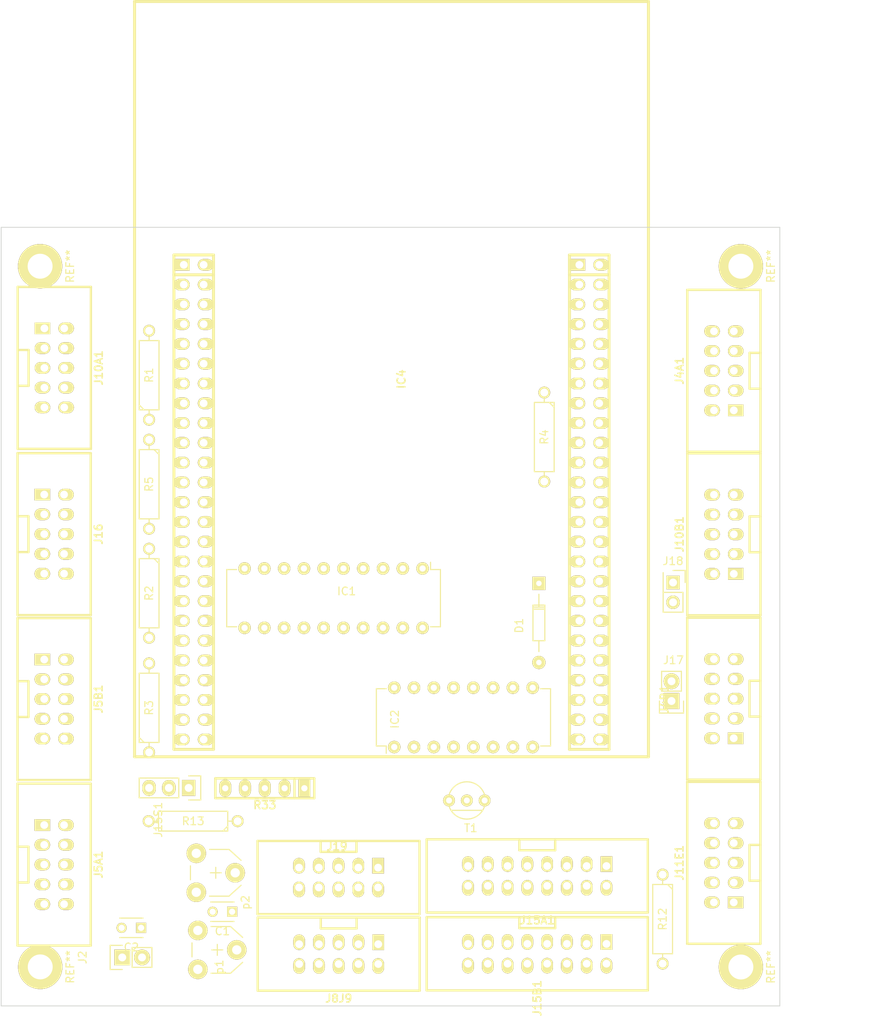
<source format=kicad_pcb>
(kicad_pcb (version 4) (host pcbnew 4.0.2-stable)

  (general
    (links 201)
    (no_connects 201)
    (area 26.859499 17.64 159.339286 130.687456)
    (thickness 1.6)
    (drawings 7)
    (tracks 2)
    (zones 0)
    (modules 37)
    (nets 111)
  )

  (page A4 portrait)
  (layers
    (0 F.Cu signal)
    (31 B.Cu signal)
    (33 F.Adhes user)
    (35 F.Paste user)
    (37 F.SilkS user)
    (39 F.Mask user)
    (40 Dwgs.User user)
    (41 Cmts.User user)
    (42 Eco1.User user)
    (43 Eco2.User user)
    (44 Edge.Cuts user)
    (45 Margin user)
    (47 F.CrtYd user)
    (49 F.Fab user)
  )

  (setup
    (last_trace_width 0.5)
    (trace_clearance 0.5)
    (zone_clearance 0.508)
    (zone_45_only no)
    (trace_min 0.5)
    (segment_width 0.2)
    (edge_width 0.1)
    (via_size 1.5)
    (via_drill 1)
    (via_min_size 1.5)
    (via_min_drill 1)
    (uvia_size 0.3)
    (uvia_drill 0.1)
    (uvias_allowed no)
    (uvia_min_size 0.2)
    (uvia_min_drill 0.1)
    (pcb_text_width 0.3)
    (pcb_text_size 1.5 1.5)
    (mod_edge_width 0.15)
    (mod_text_size 1 1)
    (mod_text_width 0.15)
    (pad_size 1.5 1.5)
    (pad_drill 0.6)
    (pad_to_mask_clearance 0)
    (aux_axis_origin 0 0)
    (grid_origin 50 150)
    (visible_elements 7FFFFFFF)
    (pcbplotparams
      (layerselection 0x01020_80000001)
      (usegerberextensions false)
      (excludeedgelayer true)
      (linewidth 0.100000)
      (plotframeref false)
      (viasonmask false)
      (mode 1)
      (useauxorigin false)
      (hpglpennumber 1)
      (hpglpenspeed 20)
      (hpglpendiameter 15)
      (hpglpenoverlay 2)
      (psnegative false)
      (psa4output false)
      (plotreference true)
      (plotvalue true)
      (plotinvisibletext false)
      (padsonsilk false)
      (subtractmaskfromsilk false)
      (outputformat 1)
      (mirror false)
      (drillshape 0)
      (scaleselection 1)
      (outputdirectory gerber/3/))
  )

  (net 0 "")
  (net 1 "Net-(C1-Pad1)")
  (net 2 GND)
  (net 3 +5V)
  (net 4 /PD0)
  (net 5 /PD1)
  (net 6 /PB8)
  (net 7 /PA15)
  (net 8 /PB3)
  (net 9 /PB5)
  (net 10 /PD10)
  (net 11 /PB12)
  (net 12 /PB13)
  (net 13 /PB15)
  (net 14 "Net-(IC1-Pad11)")
  (net 15 "Net-(IC1-Pad12)")
  (net 16 "Net-(IC1-Pad13)")
  (net 17 "Net-(IC1-Pad14)")
  (net 18 "Net-(IC1-Pad15)")
  (net 19 "Net-(IC1-Pad16)")
  (net 20 "Net-(IC1-Pad17)")
  (net 21 "Net-(IC1-Pad18)")
  (net 22 "Net-(IC2-Pad1)")
  (net 23 "Net-(IC2-Pad2)")
  (net 24 "Net-(IC2-Pad3)")
  (net 25 "Net-(IC2-Pad4)")
  (net 26 "Net-(IC2-Pad5)")
  (net 27 "Net-(IC2-Pad6)")
  (net 28 /PD7)
  (net 29 "Net-(IC2-Pad9)")
  (net 30 /PD6)
  (net 31 /PD3)
  (net 32 /PC11)
  (net 33 /PA8)
  (net 34 "Net-(IC2-Pad15)")
  (net 35 /PB10)
  (net 36 /PB11)
  (net 37 /PB6)
  (net 38 /PB9)
  (net 39 +3V3)
  (net 40 "Net-(J5A1-Pad3)")
  (net 41 /PC1)
  (net 42 /PC2)
  (net 43 /PA1)
  (net 44 /PA4)
  (net 45 "Net-(J5B1-Pad3)")
  (net 46 /PC4)
  (net 47 /PC5)
  (net 48 /PB0)
  (net 49 /PB1)
  (net 50 /PB14)
  (net 51 /PE8)
  (net 52 /PE9)
  (net 53 /PE10)
  (net 54 /PE11)
  (net 55 /PE12)
  (net 56 /PE13)
  (net 57 /PE14)
  (net 58 /PE15)
  (net 59 /PC13)
  (net 60 /PC14)
  (net 61 /PC15)
  (net 62 /PE2)
  (net 63 /PE4)
  (net 64 /PE5)
  (net 65 /PE6)
  (net 66 /PE7)
  (net 67 /PD9)
  (net 68 /PA3)
  (net 69 /PD2)
  (net 70 /PB7)
  (net 71 /PD8)
  (net 72 /PA2)
  (net 73 /PC12)
  (net 74 /PC6)
  (net 75 "Net-(J15A1-Pad2)")
  (net 76 /PC8)
  (net 77 "Net-(J15A1-Pad13)")
  (net 78 /PC9)
  (net 79 /PA6)
  (net 80 /PA7)
  (net 81 /PA5)
  (net 82 /PD11)
  (net 83 /PB2)
  (net 84 /PA9)
  (net 85 /PB4)
  (net 86 "Net-(R13-Pad1)")
  (net 87 "Net-(R13-Pad2)")
  (net 88 "Net-(IC4-Pad59)")
  (net 89 "Net-(IC4-Pad61)")
  (net 90 "Net-(IC4-Pad63)")
  (net 91 "Net-(IC4-Pad71)")
  (net 92 "Net-(IC4-Pad79)")
  (net 93 "Net-(IC4-Pad83)")
  (net 94 "Net-(IC4-Pad93)")
  (net 95 "Net-(IC4-Pad96)")
  (net 96 "Net-(IC4-Pad94)")
  (net 97 "Net-(IC4-Pad86)")
  (net 98 "Net-(IC4-Pad84)")
  (net 99 "Net-(IC4-Pad70)")
  (net 100 "Net-(IC4-Pad60)")
  (net 101 "Net-(IC4-Pad54)")
  (net 102 "Net-(IC4-Pad48)")
  (net 103 "Net-(IC4-Pad46)")
  (net 104 "Net-(IC4-Pad44)")
  (net 105 "Net-(IC4-Pad12)")
  (net 106 "Net-(IC4-Pad8)")
  (net 107 "Net-(IC4-Pad6)")
  (net 108 "Net-(IC4-Pad9)")
  (net 109 "Net-(IC4-Pad45)")
  (net 110 "Net-(IC4-Pad47)")

  (net_class Default "Ceci est la Netclass par défaut"
    (clearance 0.5)
    (trace_width 0.5)
    (via_dia 1.5)
    (via_drill 1)
    (uvia_dia 0.3)
    (uvia_drill 0.1)
    (add_net +3V3)
    (add_net +5V)
    (add_net /PA1)
    (add_net /PA15)
    (add_net /PA2)
    (add_net /PA3)
    (add_net /PA4)
    (add_net /PA5)
    (add_net /PA6)
    (add_net /PA7)
    (add_net /PA8)
    (add_net /PA9)
    (add_net /PB0)
    (add_net /PB1)
    (add_net /PB10)
    (add_net /PB11)
    (add_net /PB12)
    (add_net /PB13)
    (add_net /PB14)
    (add_net /PB15)
    (add_net /PB2)
    (add_net /PB3)
    (add_net /PB4)
    (add_net /PB5)
    (add_net /PB6)
    (add_net /PB7)
    (add_net /PB8)
    (add_net /PB9)
    (add_net /PC1)
    (add_net /PC11)
    (add_net /PC12)
    (add_net /PC13)
    (add_net /PC14)
    (add_net /PC15)
    (add_net /PC2)
    (add_net /PC4)
    (add_net /PC5)
    (add_net /PC6)
    (add_net /PC8)
    (add_net /PC9)
    (add_net /PD0)
    (add_net /PD1)
    (add_net /PD10)
    (add_net /PD11)
    (add_net /PD2)
    (add_net /PD3)
    (add_net /PD6)
    (add_net /PD7)
    (add_net /PD8)
    (add_net /PD9)
    (add_net /PE10)
    (add_net /PE11)
    (add_net /PE12)
    (add_net /PE13)
    (add_net /PE14)
    (add_net /PE15)
    (add_net /PE2)
    (add_net /PE4)
    (add_net /PE5)
    (add_net /PE6)
    (add_net /PE7)
    (add_net /PE8)
    (add_net /PE9)
    (add_net GND)
    (add_net "Net-(C1-Pad1)")
    (add_net "Net-(IC1-Pad11)")
    (add_net "Net-(IC1-Pad12)")
    (add_net "Net-(IC1-Pad13)")
    (add_net "Net-(IC1-Pad14)")
    (add_net "Net-(IC1-Pad15)")
    (add_net "Net-(IC1-Pad16)")
    (add_net "Net-(IC1-Pad17)")
    (add_net "Net-(IC1-Pad18)")
    (add_net "Net-(IC2-Pad1)")
    (add_net "Net-(IC2-Pad15)")
    (add_net "Net-(IC2-Pad2)")
    (add_net "Net-(IC2-Pad3)")
    (add_net "Net-(IC2-Pad4)")
    (add_net "Net-(IC2-Pad5)")
    (add_net "Net-(IC2-Pad6)")
    (add_net "Net-(IC2-Pad9)")
    (add_net "Net-(IC4-Pad12)")
    (add_net "Net-(IC4-Pad44)")
    (add_net "Net-(IC4-Pad45)")
    (add_net "Net-(IC4-Pad46)")
    (add_net "Net-(IC4-Pad47)")
    (add_net "Net-(IC4-Pad48)")
    (add_net "Net-(IC4-Pad54)")
    (add_net "Net-(IC4-Pad59)")
    (add_net "Net-(IC4-Pad6)")
    (add_net "Net-(IC4-Pad60)")
    (add_net "Net-(IC4-Pad61)")
    (add_net "Net-(IC4-Pad63)")
    (add_net "Net-(IC4-Pad70)")
    (add_net "Net-(IC4-Pad71)")
    (add_net "Net-(IC4-Pad79)")
    (add_net "Net-(IC4-Pad8)")
    (add_net "Net-(IC4-Pad83)")
    (add_net "Net-(IC4-Pad84)")
    (add_net "Net-(IC4-Pad86)")
    (add_net "Net-(IC4-Pad9)")
    (add_net "Net-(IC4-Pad93)")
    (add_net "Net-(IC4-Pad94)")
    (add_net "Net-(IC4-Pad96)")
    (add_net "Net-(J15A1-Pad13)")
    (add_net "Net-(J15A1-Pad2)")
    (add_net "Net-(J5A1-Pad3)")
    (add_net "Net-(J5B1-Pad3)")
    (add_net "Net-(R13-Pad1)")
    (add_net "Net-(R13-Pad2)")
  )

  (module w_conn_misc:stm32f4_discovery_header (layer F.Cu) (tedit 57AC2B6D) (tstamp 5775A5DA)
    (at 100.112886 69.51296 90)
    (descr "STM32 F4 Discovery Header")
    (tags "STM32F4 Discovery")
    (path /5773FD6F)
    (fp_text reference IC4 (at 0 1.27 90) (layer F.SilkS)
      (effects (font (size 1.016 1.016) (thickness 0.2032)))
    )
    (fp_text value STM32F4_Discovery_Header (at 0 -1.27 90) (layer F.SilkS) hide
      (effects (font (size 1.016 0.889) (thickness 0.2032)))
    )
    (fp_line (start -47.55 22.86) (end 15.95 22.86) (layer F.SilkS) (width 0.381))
    (fp_line (start 15.95 22.86) (end 15.95 27.94) (layer F.SilkS) (width 0.381))
    (fp_line (start -47.55 22.86) (end -47.55 27.94) (layer F.SilkS) (width 0.381))
    (fp_line (start -47.55 27.94) (end 15.95 27.94) (layer F.SilkS) (width 0.381))
    (fp_line (start 13.3985 22.86) (end 13.3985 27.94) (layer F.SilkS) (width 0.381))
    (fp_line (start 13.3985 -27.94) (end 13.3985 -22.86) (layer F.SilkS) (width 0.381))
    (fp_line (start -47.55 -22.86) (end 15.95 -22.86) (layer F.SilkS) (width 0.381))
    (fp_line (start 48.5 -33) (end -48.5 -33) (layer F.SilkS) (width 0.381))
    (fp_line (start -48.5 33) (end 48.5 33) (layer F.SilkS) (width 0.381))
    (fp_line (start 48.5 33) (end 48.5 -33) (layer F.SilkS) (width 0.381))
    (fp_line (start -48.5 33) (end -48.5 -33) (layer F.SilkS) (width 0.381))
    (fp_line (start -47.55 -27.94) (end -47.55 -22.86) (layer F.SilkS) (width 0.381))
    (fp_line (start 15.95 -27.94) (end 15.95 -22.86) (layer F.SilkS) (width 0.381))
    (fp_line (start -47.55 -27.94) (end 15.95 -27.94) (layer F.SilkS) (width 0.381))
    (pad 51 thru_hole oval (at -46.28 24.13 90) (size 1.5 2) (drill 0.99822 (offset 0 -0.25)) (layers *.Cu *.Mask F.SilkS)
      (net 2 GND))
    (pad 53 thru_hole oval (at -43.74 24.13 90) (size 1.5 2) (drill 0.99822 (offset 0 -0.25)) (layers *.Cu *.Mask F.SilkS)
      (net 74 /PC6))
    (pad 55 thru_hole oval (at -41.2 24.13 90) (size 1.5 2) (drill 0.99822 (offset 0 -0.25)) (layers *.Cu *.Mask F.SilkS)
      (net 76 /PC8))
    (pad 57 thru_hole oval (at -38.66 24.13 90) (size 1.5 2) (drill 0.99822 (offset 0 -0.25)) (layers *.Cu *.Mask F.SilkS)
      (net 33 /PA8))
    (pad 59 thru_hole oval (at -36.12 24.13 90) (size 1.5 2) (drill 0.99822 (offset 0 -0.25)) (layers *.Cu *.Mask F.SilkS)
      (net 88 "Net-(IC4-Pad59)"))
    (pad 61 thru_hole oval (at -33.58 24.13 90) (size 1.5 2) (drill 0.99822 (offset 0 -0.25)) (layers *.Cu *.Mask F.SilkS)
      (net 89 "Net-(IC4-Pad61)"))
    (pad 63 thru_hole oval (at -31.04 24.13 90) (size 1.5 2) (drill 0.99822 (offset 0 -0.25)) (layers *.Cu *.Mask F.SilkS)
      (net 90 "Net-(IC4-Pad63)"))
    (pad 65 thru_hole oval (at -28.5 24.13 90) (size 1.5 2) (drill 0.99822 (offset 0 -0.25)) (layers *.Cu *.Mask F.SilkS)
      (net 73 /PC12))
    (pad 67 thru_hole oval (at -25.96 24.13 90) (size 1.5 2) (drill 0.99822 (offset 0 -0.25)) (layers *.Cu *.Mask F.SilkS)
      (net 5 /PD1))
    (pad 69 thru_hole oval (at -23.42 24.13 90) (size 1.5 2) (drill 0.99822 (offset 0 -0.25)) (layers *.Cu *.Mask F.SilkS)
      (net 31 /PD3))
    (pad 71 thru_hole oval (at -20.88 24.13 90) (size 1.5 2) (drill 0.99822 (offset 0 -0.25)) (layers *.Cu *.Mask F.SilkS)
      (net 91 "Net-(IC4-Pad71)"))
    (pad 73 thru_hole oval (at -18.34 24.13 90) (size 1.5 2) (drill 0.99822 (offset 0 -0.25)) (layers *.Cu *.Mask F.SilkS)
      (net 28 /PD7))
    (pad 75 thru_hole oval (at -15.8 24.13 90) (size 1.5 2) (drill 0.99822 (offset 0 -0.25)) (layers *.Cu *.Mask F.SilkS)
      (net 85 /PB4))
    (pad 77 thru_hole oval (at -13.26 24.13 90) (size 1.5 2) (drill 0.99822 (offset 0 -0.25)) (layers *.Cu *.Mask F.SilkS)
      (net 37 /PB6))
    (pad 79 thru_hole oval (at -10.72 24.13 90) (size 1.5 2) (drill 0.99822 (offset 0 -0.25)) (layers *.Cu *.Mask F.SilkS)
      (net 92 "Net-(IC4-Pad79)"))
    (pad 81 thru_hole oval (at -8.18 24.13 90) (size 1.5 2) (drill 0.99822 (offset 0 -0.25)) (layers *.Cu *.Mask F.SilkS)
      (net 6 /PB8))
    (pad 83 thru_hole oval (at -5.64 24.13 90) (size 1.5 2) (drill 0.99822 (offset 0 -0.25)) (layers *.Cu *.Mask F.SilkS)
      (net 93 "Net-(IC4-Pad83)"))
    (pad 85 thru_hole oval (at -3.1 24.13 90) (size 1.5 2) (drill 0.99822 (offset 0 -0.25)) (layers *.Cu *.Mask F.SilkS)
      (net 62 /PE2))
    (pad 87 thru_hole oval (at -0.56 24.13 90) (size 1.5 2) (drill 0.99822 (offset 0 -0.25)) (layers *.Cu *.Mask F.SilkS)
      (net 63 /PE4))
    (pad 89 thru_hole oval (at 1.98 24.13 90) (size 1.5 2) (drill 0.99822 (offset 0 -0.25)) (layers *.Cu *.Mask F.SilkS)
      (net 65 /PE6))
    (pad 91 thru_hole oval (at 4.52 24.13 90) (size 1.5 2) (drill 0.99822 (offset 0 -0.25)) (layers *.Cu *.Mask F.SilkS)
      (net 60 /PC14))
    (pad 93 thru_hole oval (at 7.06 24.13 90) (size 1.5 2) (drill 0.99822 (offset 0 -0.25)) (layers *.Cu *.Mask F.SilkS)
      (net 94 "Net-(IC4-Pad93)"))
    (pad 95 thru_hole oval (at 9.6 24.13 90) (size 1.5 2) (drill 0.99822 (offset 0 -0.25)) (layers *.Cu *.Mask F.SilkS)
      (net 39 +3V3))
    (pad 97 thru_hole oval (at 12.14 24.13 90) (size 1.5 2) (drill 0.99822 (offset 0 -0.25)) (layers *.Cu *.Mask F.SilkS)
      (net 3 +5V))
    (pad 99 thru_hole rect (at 14.68 24.13 90) (size 1.5 2) (drill 1.00076 (offset 0 -0.25)) (layers *.Cu *.Mask F.SilkS)
      (net 2 GND))
    (pad 100 thru_hole oval (at 14.68 26.67 90) (size 1.5 2) (drill 1.00076 (offset 0 0.25)) (layers *.Cu *.Mask F.SilkS)
      (net 2 GND))
    (pad 98 thru_hole oval (at 12.14 26.67 90) (size 1.5 2) (drill 1.00076 (offset 0 0.25)) (layers *.Cu *.Mask F.SilkS)
      (net 3 +5V))
    (pad 96 thru_hole oval (at 9.6 26.67 90) (size 1.5 2) (drill 1.00076 (offset 0 0.25)) (layers *.Cu *.Mask F.SilkS)
      (net 95 "Net-(IC4-Pad96)"))
    (pad 94 thru_hole oval (at 7.06 26.67 90) (size 1.5 2) (drill 1.00076 (offset 0 0.25)) (layers *.Cu *.Mask F.SilkS)
      (net 96 "Net-(IC4-Pad94)"))
    (pad 92 thru_hole oval (at 4.52 26.67 90) (size 1.5 2) (drill 1.00076 (offset 0 0.25)) (layers *.Cu *.Mask F.SilkS)
      (net 61 /PC15))
    (pad 90 thru_hole oval (at 1.98 26.67 90) (size 1.5 2) (drill 1.00076 (offset 0 0.25)) (layers *.Cu *.Mask F.SilkS)
      (net 59 /PC13))
    (pad 88 thru_hole oval (at -0.56 26.67 90) (size 1.5 2) (drill 1.00076 (offset 0 0.25)) (layers *.Cu *.Mask F.SilkS)
      (net 64 /PE5))
    (pad 86 thru_hole oval (at -3.1 26.67 90) (size 1.5 2) (drill 1.00076 (offset 0 0.25)) (layers *.Cu *.Mask F.SilkS)
      (net 97 "Net-(IC4-Pad86)"))
    (pad 84 thru_hole oval (at -5.64 26.67 90) (size 1.5 2) (drill 1.00076 (offset 0 0.25)) (layers *.Cu *.Mask F.SilkS)
      (net 98 "Net-(IC4-Pad84)"))
    (pad 82 thru_hole oval (at -8.18 26.67 90) (size 1.5 2) (drill 1.00076 (offset 0 0.25)) (layers *.Cu *.Mask F.SilkS)
      (net 38 /PB9))
    (pad 80 thru_hole oval (at -10.72 26.67 90) (size 1.5 2) (drill 1.00076 (offset 0 0.25)) (layers *.Cu *.Mask F.SilkS)
      (net 39 +3V3))
    (pad 78 thru_hole oval (at -13.26 26.67 90) (size 1.5 2) (drill 1.00076 (offset 0 0.25)) (layers *.Cu *.Mask F.SilkS)
      (net 70 /PB7))
    (pad 76 thru_hole oval (at -15.8 26.67 90) (size 1.5 2) (drill 1.00076 (offset 0 0.25)) (layers *.Cu *.Mask F.SilkS)
      (net 9 /PB5))
    (pad 74 thru_hole oval (at -18.34 26.67 90) (size 1.5 2) (drill 1.00076 (offset 0 0.25)) (layers *.Cu *.Mask F.SilkS)
      (net 8 /PB3))
    (pad 72 thru_hole oval (at -20.88 26.67 90) (size 1.5 2) (drill 1.00076 (offset 0 0.25)) (layers *.Cu *.Mask F.SilkS)
      (net 30 /PD6))
    (pad 70 thru_hole oval (at -23.42 26.67 90) (size 1.5 2) (drill 1.00076 (offset 0 0.25)) (layers *.Cu *.Mask F.SilkS)
      (net 99 "Net-(IC4-Pad70)"))
    (pad 68 thru_hole oval (at -25.96 26.67 90) (size 1.5 2) (drill 1.00076 (offset 0 0.25)) (layers *.Cu *.Mask F.SilkS)
      (net 69 /PD2))
    (pad 66 thru_hole oval (at -28.5 26.67 90) (size 1.5 2) (drill 1.00076 (offset 0 0.25)) (layers *.Cu *.Mask F.SilkS)
      (net 4 /PD0))
    (pad 64 thru_hole oval (at -31.04 26.67 90) (size 1.5 2) (drill 1.00076 (offset 0 0.25)) (layers *.Cu *.Mask F.SilkS)
      (net 32 /PC11))
    (pad 62 thru_hole oval (at -33.58 26.67 90) (size 1.5 2) (drill 1.00076 (offset 0 0.25)) (layers *.Cu *.Mask F.SilkS)
      (net 7 /PA15))
    (pad 60 thru_hole oval (at -36.12 26.67 90) (size 1.5 2) (drill 1.00076 (offset 0 0.25)) (layers *.Cu *.Mask F.SilkS)
      (net 100 "Net-(IC4-Pad60)"))
    (pad 58 thru_hole oval (at -38.66 26.67 90) (size 1.5 2) (drill 1.00076 (offset 0 0.25)) (layers *.Cu *.Mask F.SilkS)
      (net 84 /PA9))
    (pad 56 thru_hole oval (at -41.2 26.67 90) (size 1.5 2) (drill 1.00076 (offset 0 0.25)) (layers *.Cu *.Mask F.SilkS)
      (net 78 /PC9))
    (pad 54 thru_hole oval (at -43.74 26.67 90) (size 1.5 2) (drill 1.00076 (offset 0 0.25)) (layers *.Cu *.Mask F.SilkS)
      (net 101 "Net-(IC4-Pad54)"))
    (pad 52 thru_hole oval (at -46.28 26.67 90) (size 1.5 2) (drill 1.00076 (offset 0 0.25)) (layers *.Cu *.Mask F.SilkS)
      (net 2 GND))
    (pad 50 thru_hole oval (at -46.28 -24.13 90) (size 1.5 2) (drill 1.00076 (offset 0 0.25)) (layers *.Cu *.Mask F.SilkS)
      (net 2 GND))
    (pad 48 thru_hole oval (at -43.74 -24.13 90) (size 1.5 2) (drill 1.00076 (offset 0 0.25)) (layers *.Cu *.Mask F.SilkS)
      (net 102 "Net-(IC4-Pad48)"))
    (pad 46 thru_hole oval (at -41.2 -24.13 90) (size 1.5 2) (drill 1.00076 (offset 0 0.25)) (layers *.Cu *.Mask F.SilkS)
      (net 103 "Net-(IC4-Pad46)"))
    (pad 44 thru_hole oval (at -38.66 -24.13 90) (size 1.5 2) (drill 1.00076 (offset 0 0.25)) (layers *.Cu *.Mask F.SilkS)
      (net 104 "Net-(IC4-Pad44)"))
    (pad 42 thru_hole oval (at -36.12 -24.13 90) (size 1.5 2) (drill 1.00076 (offset 0 0.25)) (layers *.Cu *.Mask F.SilkS)
      (net 10 /PD10))
    (pad 40 thru_hole oval (at -33.58 -24.13 90) (size 1.5 2) (drill 1.00076 (offset 0 0.25)) (layers *.Cu *.Mask F.SilkS)
      (net 71 /PD8))
    (pad 38 thru_hole oval (at -31.04 -24.13 90) (size 1.5 2) (drill 1.00076 (offset 0 0.25)) (layers *.Cu *.Mask F.SilkS)
      (net 50 /PB14))
    (pad 36 thru_hole oval (at -28.5 -24.13 90) (size 1.5 2) (drill 1.00076 (offset 0 0.25)) (layers *.Cu *.Mask F.SilkS)
      (net 11 /PB12))
    (pad 34 thru_hole oval (at -25.96 -24.13 90) (size 1.5 2) (drill 1.00076 (offset 0 0.25)) (layers *.Cu *.Mask F.SilkS)
      (net 35 /PB10))
    (pad 32 thru_hole oval (at -23.42 -24.13 90) (size 1.5 2) (drill 1.00076 (offset 0 0.25)) (layers *.Cu *.Mask F.SilkS)
      (net 57 /PE14))
    (pad 30 thru_hole oval (at -20.88 -24.13 90) (size 1.5 2) (drill 1.00076 (offset 0 0.25)) (layers *.Cu *.Mask F.SilkS)
      (net 55 /PE12))
    (pad 28 thru_hole oval (at -18.34 -24.13 90) (size 1.5 2) (drill 1.00076 (offset 0 0.25)) (layers *.Cu *.Mask F.SilkS)
      (net 53 /PE10))
    (pad 26 thru_hole oval (at -15.8 -24.13 90) (size 1.5 2) (drill 1.00076 (offset 0 0.25)) (layers *.Cu *.Mask F.SilkS)
      (net 51 /PE8))
    (pad 24 thru_hole oval (at -13.26 -24.13 90) (size 1.5 2) (drill 1.00076 (offset 0 0.25)) (layers *.Cu *.Mask F.SilkS)
      (net 83 /PB2))
    (pad 22 thru_hole oval (at -10.72 -24.13 90) (size 1.5 2) (drill 1.00076 (offset 0 0.25)) (layers *.Cu *.Mask F.SilkS)
      (net 48 /PB0))
    (pad 20 thru_hole oval (at -8.18 -24.13 90) (size 1.5 2) (drill 1.00076 (offset 0 0.25)) (layers *.Cu *.Mask F.SilkS)
      (net 46 /PC4))
    (pad 18 thru_hole oval (at -5.64 -24.13 90) (size 1.5 2) (drill 1.00076 (offset 0 0.25)) (layers *.Cu *.Mask F.SilkS)
      (net 79 /PA6))
    (pad 16 thru_hole oval (at -3.1 -24.13 90) (size 1.5 2) (drill 1.00076 (offset 0 0.25)) (layers *.Cu *.Mask F.SilkS)
      (net 44 /PA4))
    (pad 14 thru_hole oval (at -0.56 -24.13 90) (size 1.5 2) (drill 1.00076 (offset 0 0.25)) (layers *.Cu *.Mask F.SilkS)
      (net 72 /PA2))
    (pad 12 thru_hole oval (at 1.98 -24.13 90) (size 1.5 2) (drill 1.00076 (offset 0 0.25)) (layers *.Cu *.Mask F.SilkS)
      (net 105 "Net-(IC4-Pad12)"))
    (pad 10 thru_hole oval (at 4.52 -24.13 90) (size 1.5 2) (drill 1.00076 (offset 0 0.25)) (layers *.Cu *.Mask F.SilkS)
      (net 42 /PC2))
    (pad 8 thru_hole oval (at 7.06 -24.13 90) (size 1.5 2) (drill 1.00076 (offset 0 0.25)) (layers *.Cu *.Mask F.SilkS)
      (net 106 "Net-(IC4-Pad8)"))
    (pad 6 thru_hole oval (at 9.6 -24.13 90) (size 1.5 2) (drill 1.00076 (offset 0 0.25)) (layers *.Cu *.Mask F.SilkS)
      (net 107 "Net-(IC4-Pad6)"))
    (pad 4 thru_hole oval (at 12.14 -24.13 90) (size 1.5 2) (drill 1.00076 (offset 0 0.25)) (layers *.Cu *.Mask F.SilkS)
      (net 39 +3V3))
    (pad 2 thru_hole oval (at 14.68 -24.13 90) (size 1.5 2) (drill 1.00076 (offset 0 0.25)) (layers *.Cu *.Mask F.SilkS)
      (net 2 GND))
    (pad 1 thru_hole rect (at 14.68 -26.67 90) (size 1.5 2) (drill 1.00076 (offset 0 -0.25)) (layers *.Cu *.Mask F.SilkS)
      (net 2 GND))
    (pad 3 thru_hole oval (at 12.14 -26.67 90) (size 1.5 2) (drill 0.99822 (offset 0 -0.25)) (layers *.Cu *.Mask F.SilkS)
      (net 39 +3V3))
    (pad 5 thru_hole oval (at 9.6 -26.67 90) (size 1.5 2) (drill 0.99822 (offset 0 -0.25)) (layers *.Cu *.Mask F.SilkS)
      (net 2 GND))
    (pad 7 thru_hole oval (at 7.06 -26.67 90) (size 1.5 2) (drill 0.99822 (offset 0 -0.25)) (layers *.Cu *.Mask F.SilkS)
      (net 41 /PC1))
    (pad 9 thru_hole oval (at 4.52 -26.67 90) (size 1.5 2) (drill 0.99822 (offset 0 -0.25)) (layers *.Cu *.Mask F.SilkS)
      (net 108 "Net-(IC4-Pad9)"))
    (pad 11 thru_hole oval (at 1.98 -26.67 90) (size 1.5 2) (drill 0.99822 (offset 0 -0.25)) (layers *.Cu *.Mask F.SilkS)
      (net 43 /PA1))
    (pad 13 thru_hole oval (at -0.56 -26.67 90) (size 1.5 2) (drill 0.99822 (offset 0 -0.25)) (layers *.Cu *.Mask F.SilkS)
      (net 68 /PA3))
    (pad 15 thru_hole oval (at -3.1 -26.67 90) (size 1.5 2) (drill 0.99822 (offset 0 -0.25)) (layers *.Cu *.Mask F.SilkS)
      (net 81 /PA5))
    (pad 17 thru_hole oval (at -5.64 -26.67 90) (size 1.5 2) (drill 0.99822 (offset 0 -0.25)) (layers *.Cu *.Mask F.SilkS)
      (net 80 /PA7))
    (pad 19 thru_hole oval (at -8.18 -26.67 90) (size 1.5 2) (drill 0.99822 (offset 0 -0.25)) (layers *.Cu *.Mask F.SilkS)
      (net 47 /PC5))
    (pad 21 thru_hole oval (at -10.72 -26.67 90) (size 1.5 2) (drill 0.99822 (offset 0 -0.25)) (layers *.Cu *.Mask F.SilkS)
      (net 49 /PB1))
    (pad 23 thru_hole oval (at -13.26 -26.67 90) (size 1.5 2) (drill 0.99822 (offset 0 -0.25)) (layers *.Cu *.Mask F.SilkS)
      (net 2 GND))
    (pad 25 thru_hole oval (at -15.8 -26.67 90) (size 1.5 2) (drill 0.99822 (offset 0 -0.25)) (layers *.Cu *.Mask F.SilkS)
      (net 66 /PE7))
    (pad 27 thru_hole oval (at -18.34 -26.67 90) (size 1.5 2) (drill 0.99822 (offset 0 -0.25)) (layers *.Cu *.Mask F.SilkS)
      (net 52 /PE9))
    (pad 29 thru_hole oval (at -20.88 -26.67 90) (size 1.5 2) (drill 0.99822 (offset 0 -0.25)) (layers *.Cu *.Mask F.SilkS)
      (net 54 /PE11))
    (pad 31 thru_hole oval (at -23.42 -26.67 90) (size 1.5 2) (drill 0.99822 (offset 0 -0.25)) (layers *.Cu *.Mask F.SilkS)
      (net 56 /PE13))
    (pad 33 thru_hole oval (at -25.96 -26.67 90) (size 1.5 2) (drill 0.99822 (offset 0 -0.25)) (layers *.Cu *.Mask F.SilkS)
      (net 58 /PE15))
    (pad 35 thru_hole oval (at -28.5 -26.67 90) (size 1.5 2) (drill 0.99822 (offset 0 -0.25)) (layers *.Cu *.Mask F.SilkS)
      (net 36 /PB11))
    (pad 37 thru_hole oval (at -31.04 -26.67 90) (size 1.5 2) (drill 0.99822 (offset 0 -0.25)) (layers *.Cu *.Mask F.SilkS)
      (net 12 /PB13))
    (pad 39 thru_hole oval (at -33.58 -26.67 90) (size 1.5 2) (drill 0.99822 (offset 0 -0.25)) (layers *.Cu *.Mask F.SilkS)
      (net 13 /PB15))
    (pad 41 thru_hole oval (at -36.12 -26.67 90) (size 1.5 2) (drill 0.99822 (offset 0 -0.25)) (layers *.Cu *.Mask F.SilkS)
      (net 67 /PD9))
    (pad 43 thru_hole oval (at -38.66 -26.67 90) (size 1.5 2) (drill 0.99822 (offset 0 -0.25)) (layers *.Cu *.Mask F.SilkS)
      (net 82 /PD11))
    (pad 45 thru_hole oval (at -41.2 -26.67 90) (size 1.5 2) (drill 0.99822 (offset 0 -0.25)) (layers *.Cu *.Mask F.SilkS)
      (net 109 "Net-(IC4-Pad45)"))
    (pad 47 thru_hole oval (at -43.74 -26.67 90) (size 1.5 2) (drill 0.99822 (offset 0 -0.25)) (layers *.Cu *.Mask F.SilkS)
      (net 110 "Net-(IC4-Pad47)"))
    (pad 49 thru_hole oval (at -46.28 -26.67 90) (size 1.5 2) (drill 0.99822 (offset 0 -0.25)) (layers *.Cu *.Mask F.SilkS)
      (net 2 GND))
    (model walter/conn_misc/stm32f4_discovery_header.wrl
      (at (xyz 0 0 0))
      (scale (xyz 1 1 1))
      (rotate (xyz 0 0 0))
    )
  )

  (module w_conn_strip:vasch_strip_5x2 (layer F.Cu) (tedit 53DE0503) (tstamp 57759719)
    (at 56.78703 89.421238 270)
    (descr "Box header 5x2pin 2.54mm")
    (tags "CONN DEV")
    (path /5774DD4B)
    (fp_text reference J16 (at 0 -5.7 270) (layer F.SilkS)
      (effects (font (size 1 1) (thickness 0.2032)))
    )
    (fp_text value CONN_02X05 (at 0 5.7 270) (layer F.SilkS) hide
      (effects (font (size 1 1) (thickness 0.2032)))
    )
    (fp_line (start -10.4 4.7) (end 10.4 4.7) (layer F.SilkS) (width 0.3048))
    (fp_line (start 10.4 -4.7) (end -10.4 -4.7) (layer F.SilkS) (width 0.3048))
    (fp_line (start -10.4 -4.7) (end -10.4 4.7) (layer F.SilkS) (width 0.3048))
    (fp_line (start 10.4 -4.7) (end 10.4 4.7) (layer F.SilkS) (width 0.3048))
    (fp_line (start 2.3 4.7) (end 2.3 3.3) (layer F.SilkS) (width 0.29972))
    (fp_line (start 2.3 3.3) (end -2.3 3.3) (layer F.SilkS) (width 0.29972))
    (fp_line (start -2.3 3.3) (end -2.3 4.7) (layer F.SilkS) (width 0.29972))
    (pad 9 thru_hole oval (at 5.08 1.27 270) (size 1.5 2) (drill 1 (offset 0 0.25)) (layers *.Cu *.Mask F.SilkS)
      (net 82 /PD11))
    (pad 10 thru_hole oval (at 5.08 -1.27 270) (size 1.5 2) (drill 1 (offset 0 -0.25)) (layers *.Cu *.Mask F.SilkS)
      (net 83 /PB2))
    (pad 8 thru_hole oval (at 2.54 -1.27 270) (size 1.5 2) (drill 1 (offset 0 -0.25)) (layers *.Cu *.Mask F.SilkS)
      (net 81 /PA5))
    (pad 7 thru_hole oval (at 2.54 1.27 270) (size 1.5 2) (drill 1 (offset 0 0.25)) (layers *.Cu *.Mask F.SilkS)
      (net 81 /PA5))
    (pad 1 thru_hole rect (at -5.08 1.27 270) (size 1.5 2) (drill 1 (offset 0 0.25)) (layers *.Cu *.Mask F.SilkS)
      (net 2 GND))
    (pad 2 thru_hole oval (at -5.08 -1.27 270) (size 1.5 2) (drill 1 (offset 0 -0.25)) (layers *.Cu *.Mask F.SilkS)
      (net 2 GND))
    (pad 3 thru_hole oval (at -2.54 1.27 270) (size 1.5 2) (drill 1 (offset 0 0.25)) (layers *.Cu *.Mask F.SilkS)
      (net 39 +3V3))
    (pad 4 thru_hole oval (at -2.54 -1.27 270) (size 1.5 2) (drill 1 (offset 0 -0.25)) (layers *.Cu *.Mask F.SilkS)
      (net 39 +3V3))
    (pad 5 thru_hole oval (at 0 1.27 270) (size 1.5 2) (drill 1 (offset 0 0.25)) (layers *.Cu *.Mask F.SilkS)
      (net 79 /PA6))
    (pad 6 thru_hole oval (at 0 -1.27 270) (size 1.5 2) (drill 1 (offset 0 -0.25)) (layers *.Cu *.Mask F.SilkS)
      (net 80 /PA7))
    (model walter/conn_strip/vasch_strip_5x2.wrl
      (at (xyz 0 0 0))
      (scale (xyz 1 1 1))
      (rotate (xyz 0 0 0))
    )
  )

  (module Mounting_Holes:MountingHole_3.2mm_M3_ISO7380_Pad (layer F.Cu) (tedit 56D1B4CB) (tstamp 5789E31E)
    (at 144.982886 145.01296 270)
    (descr "Mounting Hole 3.2mm, M3, ISO7380")
    (tags "mounting hole 3.2mm m3 iso7380")
    (fp_text reference REF** (at 0 -3.85 270) (layer F.SilkS)
      (effects (font (size 1 1) (thickness 0.15)))
    )
    (fp_text value MountingHole_3mm (at 0 3.85 270) (layer F.Fab)
      (effects (font (size 1 1) (thickness 0.15)))
    )
    (fp_circle (center 0 0) (end 2.85 0) (layer Cmts.User) (width 0.15))
    (fp_circle (center 0 0) (end 3.1 0) (layer F.CrtYd) (width 0.05))
    (pad 1 thru_hole circle (at 0 0 270) (size 5.7 5.7) (drill 3.2) (layers *.Cu *.Mask F.SilkS))
  )

  (module Housings_DIP:DIP-16_W7.62mm (layer F.Cu) (tedit 54130A77) (tstamp 57759666)
    (at 100.462886 116.76296 90)
    (descr "16-lead dip package, row spacing 7.62 mm (300 mils)")
    (tags "dil dip 2.54 300")
    (path /57741F17)
    (fp_text reference IC2 (at 3.58 0.08 90) (layer F.SilkS)
      (effects (font (size 1 1) (thickness 0.15)))
    )
    (fp_text value 74HC595 (at 0 -3.72 90) (layer F.Fab)
      (effects (font (size 1 1) (thickness 0.15)))
    )
    (fp_line (start -1.05 -2.45) (end -1.05 20.25) (layer F.CrtYd) (width 0.05))
    (fp_line (start 8.65 -2.45) (end 8.65 20.25) (layer F.CrtYd) (width 0.05))
    (fp_line (start -1.05 -2.45) (end 8.65 -2.45) (layer F.CrtYd) (width 0.05))
    (fp_line (start -1.05 20.25) (end 8.65 20.25) (layer F.CrtYd) (width 0.05))
    (fp_line (start 0.135 -2.295) (end 0.135 -1.025) (layer F.SilkS) (width 0.15))
    (fp_line (start 7.485 -2.295) (end 7.485 -1.025) (layer F.SilkS) (width 0.15))
    (fp_line (start 7.485 20.075) (end 7.485 18.805) (layer F.SilkS) (width 0.15))
    (fp_line (start 0.135 20.075) (end 0.135 18.805) (layer F.SilkS) (width 0.15))
    (fp_line (start 0.135 -2.295) (end 7.485 -2.295) (layer F.SilkS) (width 0.15))
    (fp_line (start 0.135 20.075) (end 7.485 20.075) (layer F.SilkS) (width 0.15))
    (fp_line (start 0.135 -1.025) (end -0.8 -1.025) (layer F.SilkS) (width 0.15))
    (pad 1 thru_hole oval (at 0 0 90) (size 1.6 1.6) (drill 0.8) (layers *.Cu *.Mask F.SilkS)
      (net 22 "Net-(IC2-Pad1)"))
    (pad 2 thru_hole oval (at 0 2.54 90) (size 1.6 1.6) (drill 0.8) (layers *.Cu *.Mask F.SilkS)
      (net 23 "Net-(IC2-Pad2)"))
    (pad 3 thru_hole oval (at 0 5.08 90) (size 1.6 1.6) (drill 0.8) (layers *.Cu *.Mask F.SilkS)
      (net 24 "Net-(IC2-Pad3)"))
    (pad 4 thru_hole oval (at 0 7.62 90) (size 1.6 1.6) (drill 0.8) (layers *.Cu *.Mask F.SilkS)
      (net 25 "Net-(IC2-Pad4)"))
    (pad 5 thru_hole oval (at 0 10.16 90) (size 1.6 1.6) (drill 0.8) (layers *.Cu *.Mask F.SilkS)
      (net 26 "Net-(IC2-Pad5)"))
    (pad 6 thru_hole oval (at 0 12.7 90) (size 1.6 1.6) (drill 0.8) (layers *.Cu *.Mask F.SilkS)
      (net 27 "Net-(IC2-Pad6)"))
    (pad 7 thru_hole oval (at 0 15.24 90) (size 1.6 1.6) (drill 0.8) (layers *.Cu *.Mask F.SilkS)
      (net 28 /PD7))
    (pad 8 thru_hole oval (at 0 17.78 90) (size 1.6 1.6) (drill 0.8) (layers *.Cu *.Mask F.SilkS)
      (net 2 GND))
    (pad 9 thru_hole oval (at 7.62 17.78 90) (size 1.6 1.6) (drill 0.8) (layers *.Cu *.Mask F.SilkS)
      (net 29 "Net-(IC2-Pad9)"))
    (pad 10 thru_hole oval (at 7.62 15.24 90) (size 1.6 1.6) (drill 0.8) (layers *.Cu *.Mask F.SilkS)
      (net 1 "Net-(C1-Pad1)"))
    (pad 11 thru_hole oval (at 7.62 12.7 90) (size 1.6 1.6) (drill 0.8) (layers *.Cu *.Mask F.SilkS)
      (net 30 /PD6))
    (pad 12 thru_hole oval (at 7.62 10.16 90) (size 1.6 1.6) (drill 0.8) (layers *.Cu *.Mask F.SilkS)
      (net 31 /PD3))
    (pad 13 thru_hole oval (at 7.62 7.62 90) (size 1.6 1.6) (drill 0.8) (layers *.Cu *.Mask F.SilkS)
      (net 32 /PC11))
    (pad 14 thru_hole oval (at 7.62 5.08 90) (size 1.6 1.6) (drill 0.8) (layers *.Cu *.Mask F.SilkS)
      (net 33 /PA8))
    (pad 15 thru_hole oval (at 7.62 2.54 90) (size 1.6 1.6) (drill 0.8) (layers *.Cu *.Mask F.SilkS)
      (net 34 "Net-(IC2-Pad15)"))
    (pad 16 thru_hole oval (at 7.62 0 90) (size 1.6 1.6) (drill 0.8) (layers *.Cu *.Mask F.SilkS)
      (net 1 "Net-(C1-Pad1)"))
    (model Housings_DIP.3dshapes/DIP-16_W7.62mm.wrl
      (at (xyz 0 0 0))
      (scale (xyz 1 1 1))
      (rotate (xyz 0 0 0))
    )
  )

  (module Housings_DIP:DIP-20_W7.62mm (layer F.Cu) (tedit 54130A77) (tstamp 57759652)
    (at 104.102886 93.83296 270)
    (descr "20-lead dip package, row spacing 7.62 mm (300 mils)")
    (tags "dil dip 2.54 300")
    (path /5773F62A)
    (fp_text reference IC1 (at 2.92 9.76 360) (layer F.SilkS)
      (effects (font (size 1 1) (thickness 0.15)))
    )
    (fp_text value 74HCT541_PWR (at 5.52 9.76 360) (layer F.Fab)
      (effects (font (size 1 1) (thickness 0.15)))
    )
    (fp_line (start -1.05 -2.45) (end -1.05 25.35) (layer F.CrtYd) (width 0.05))
    (fp_line (start 8.65 -2.45) (end 8.65 25.35) (layer F.CrtYd) (width 0.05))
    (fp_line (start -1.05 -2.45) (end 8.65 -2.45) (layer F.CrtYd) (width 0.05))
    (fp_line (start -1.05 25.35) (end 8.65 25.35) (layer F.CrtYd) (width 0.05))
    (fp_line (start 0.135 -2.295) (end 0.135 -1.025) (layer F.SilkS) (width 0.15))
    (fp_line (start 7.485 -2.295) (end 7.485 -1.025) (layer F.SilkS) (width 0.15))
    (fp_line (start 7.485 25.155) (end 7.485 23.885) (layer F.SilkS) (width 0.15))
    (fp_line (start 0.135 25.155) (end 0.135 23.885) (layer F.SilkS) (width 0.15))
    (fp_line (start 0.135 -2.295) (end 7.485 -2.295) (layer F.SilkS) (width 0.15))
    (fp_line (start 0.135 25.155) (end 7.485 25.155) (layer F.SilkS) (width 0.15))
    (fp_line (start 0.135 -1.025) (end -0.8 -1.025) (layer F.SilkS) (width 0.15))
    (pad 1 thru_hole oval (at 0 0 270) (size 1.6 1.6) (drill 0.8) (layers *.Cu *.Mask F.SilkS)
      (net 2 GND))
    (pad 2 thru_hole oval (at 0 2.54 270) (size 1.6 1.6) (drill 0.8) (layers *.Cu *.Mask F.SilkS)
      (net 6 /PB8))
    (pad 3 thru_hole oval (at 0 5.08 270) (size 1.6 1.6) (drill 0.8) (layers *.Cu *.Mask F.SilkS)
      (net 7 /PA15))
    (pad 4 thru_hole oval (at 0 7.62 270) (size 1.6 1.6) (drill 0.8) (layers *.Cu *.Mask F.SilkS)
      (net 8 /PB3))
    (pad 5 thru_hole oval (at 0 10.16 270) (size 1.6 1.6) (drill 0.8) (layers *.Cu *.Mask F.SilkS)
      (net 9 /PB5))
    (pad 6 thru_hole oval (at 0 12.7 270) (size 1.6 1.6) (drill 0.8) (layers *.Cu *.Mask F.SilkS)
      (net 10 /PD10))
    (pad 7 thru_hole oval (at 0 15.24 270) (size 1.6 1.6) (drill 0.8) (layers *.Cu *.Mask F.SilkS)
      (net 11 /PB12))
    (pad 8 thru_hole oval (at 0 17.78 270) (size 1.6 1.6) (drill 0.8) (layers *.Cu *.Mask F.SilkS)
      (net 12 /PB13))
    (pad 9 thru_hole oval (at 0 20.32 270) (size 1.6 1.6) (drill 0.8) (layers *.Cu *.Mask F.SilkS)
      (net 13 /PB15))
    (pad 10 thru_hole oval (at 0 22.86 270) (size 1.6 1.6) (drill 0.8) (layers *.Cu *.Mask F.SilkS)
      (net 2 GND))
    (pad 11 thru_hole oval (at 7.62 22.86 270) (size 1.6 1.6) (drill 0.8) (layers *.Cu *.Mask F.SilkS)
      (net 14 "Net-(IC1-Pad11)"))
    (pad 12 thru_hole oval (at 7.62 20.32 270) (size 1.6 1.6) (drill 0.8) (layers *.Cu *.Mask F.SilkS)
      (net 15 "Net-(IC1-Pad12)"))
    (pad 13 thru_hole oval (at 7.62 17.78 270) (size 1.6 1.6) (drill 0.8) (layers *.Cu *.Mask F.SilkS)
      (net 16 "Net-(IC1-Pad13)"))
    (pad 14 thru_hole oval (at 7.62 15.24 270) (size 1.6 1.6) (drill 0.8) (layers *.Cu *.Mask F.SilkS)
      (net 17 "Net-(IC1-Pad14)"))
    (pad 15 thru_hole oval (at 7.62 12.7 270) (size 1.6 1.6) (drill 0.8) (layers *.Cu *.Mask F.SilkS)
      (net 18 "Net-(IC1-Pad15)"))
    (pad 16 thru_hole oval (at 7.62 10.16 270) (size 1.6 1.6) (drill 0.8) (layers *.Cu *.Mask F.SilkS)
      (net 19 "Net-(IC1-Pad16)"))
    (pad 17 thru_hole oval (at 7.62 7.62 270) (size 1.6 1.6) (drill 0.8) (layers *.Cu *.Mask F.SilkS)
      (net 20 "Net-(IC1-Pad17)"))
    (pad 18 thru_hole oval (at 7.62 5.08 270) (size 1.6 1.6) (drill 0.8) (layers *.Cu *.Mask F.SilkS)
      (net 21 "Net-(IC1-Pad18)"))
    (pad 19 thru_hole oval (at 7.62 2.54 270) (size 1.6 1.6) (drill 0.8) (layers *.Cu *.Mask F.SilkS)
      (net 2 GND))
    (pad 20 thru_hole oval (at 7.62 0 270) (size 1.6 1.6) (drill 0.8) (layers *.Cu *.Mask F.SilkS)
      (net 3 +5V))
    (model Housings_DIP.3dshapes/DIP-20_W7.62mm.wrl
      (at (xyz 0 0 0))
      (scale (xyz 1 1 1))
      (rotate (xyz 0 0 0))
    )
  )

  (module Diodes_ThroughHole:Diode_DO-35_SOD27_Horizontal_RM10 placed (layer F.Cu) (tedit 552FFC30) (tstamp 5775963A)
    (at 119.040346 95.74244 270)
    (descr "Diode, DO-35,  SOD27, Horizontal, RM 10mm")
    (tags "Diode, DO-35, SOD27, Horizontal, RM 10mm, 1N4148,")
    (path /5774F5F8)
    (fp_text reference D1 (at 5.43052 2.53746 270) (layer F.SilkS)
      (effects (font (size 1 1) (thickness 0.15)))
    )
    (fp_text value D (at 4.41452 -3.55854 270) (layer F.Fab)
      (effects (font (size 1 1) (thickness 0.15)))
    )
    (fp_line (start 7.36652 -0.00254) (end 8.76352 -0.00254) (layer F.SilkS) (width 0.15))
    (fp_line (start 2.92152 -0.00254) (end 1.39752 -0.00254) (layer F.SilkS) (width 0.15))
    (fp_line (start 3.30252 -0.76454) (end 3.30252 0.75946) (layer F.SilkS) (width 0.15))
    (fp_line (start 3.04852 -0.76454) (end 3.04852 0.75946) (layer F.SilkS) (width 0.15))
    (fp_line (start 2.79452 -0.00254) (end 2.79452 0.75946) (layer F.SilkS) (width 0.15))
    (fp_line (start 2.79452 0.75946) (end 7.36652 0.75946) (layer F.SilkS) (width 0.15))
    (fp_line (start 7.36652 0.75946) (end 7.36652 -0.76454) (layer F.SilkS) (width 0.15))
    (fp_line (start 7.36652 -0.76454) (end 2.79452 -0.76454) (layer F.SilkS) (width 0.15))
    (fp_line (start 2.79452 -0.76454) (end 2.79452 -0.00254) (layer F.SilkS) (width 0.15))
    (pad 2 thru_hole circle (at 10.16052 -0.00254 90) (size 1.69926 1.69926) (drill 0.70104) (layers *.Cu *.Mask F.SilkS)
      (net 4 /PD0))
    (pad 1 thru_hole rect (at 0.00052 -0.00254 90) (size 1.69926 1.69926) (drill 0.70104) (layers *.Cu *.Mask F.SilkS)
      (net 5 /PD1))
    (model Diodes_ThroughHole.3dshapes/Diode_DO-35_SOD27_Horizontal_RM10.wrl
      (at (xyz 0.2 0 0))
      (scale (xyz 0.4 0.4 0.4))
      (rotate (xyz 0 0 180))
    )
  )

  (module Pin_Headers:Pin_Header_Straight_1x02 placed (layer F.Cu) (tedit 54EA090C) (tstamp 5775966C)
    (at 65.532886 143.78296 90)
    (descr "Through hole pin header")
    (tags "pin header")
    (path /5773F782)
    (fp_text reference J2 (at 0 -5.1 90) (layer F.SilkS)
      (effects (font (size 1 1) (thickness 0.15)))
    )
    (fp_text value CONN_2 (at 0 -3.1 90) (layer F.Fab)
      (effects (font (size 1 1) (thickness 0.15)))
    )
    (fp_line (start 1.27 1.27) (end 1.27 3.81) (layer F.SilkS) (width 0.15))
    (fp_line (start 1.55 -1.55) (end 1.55 0) (layer F.SilkS) (width 0.15))
    (fp_line (start -1.75 -1.75) (end -1.75 4.3) (layer F.CrtYd) (width 0.05))
    (fp_line (start 1.75 -1.75) (end 1.75 4.3) (layer F.CrtYd) (width 0.05))
    (fp_line (start -1.75 -1.75) (end 1.75 -1.75) (layer F.CrtYd) (width 0.05))
    (fp_line (start -1.75 4.3) (end 1.75 4.3) (layer F.CrtYd) (width 0.05))
    (fp_line (start 1.27 1.27) (end -1.27 1.27) (layer F.SilkS) (width 0.15))
    (fp_line (start -1.55 0) (end -1.55 -1.55) (layer F.SilkS) (width 0.15))
    (fp_line (start -1.55 -1.55) (end 1.55 -1.55) (layer F.SilkS) (width 0.15))
    (fp_line (start -1.27 1.27) (end -1.27 3.81) (layer F.SilkS) (width 0.15))
    (fp_line (start -1.27 3.81) (end 1.27 3.81) (layer F.SilkS) (width 0.15))
    (pad 1 thru_hole rect (at 0 0 90) (size 2.032 2.032) (drill 1.016) (layers *.Cu *.Mask F.SilkS)
      (net 3 +5V))
    (pad 2 thru_hole oval (at 0 2.54 90) (size 2.032 2.032) (drill 1.016) (layers *.Cu *.Mask F.SilkS)
      (net 2 GND))
    (model Pin_Headers.3dshapes/Pin_Header_Straight_1x02.wrl
      (at (xyz 0 -0.05 0))
      (scale (xyz 1 1 1))
      (rotate (xyz 0 0 90))
    )
  )

  (module Pin_Headers:Pin_Header_Straight_1x03 placed (layer F.Cu) (tedit 57892D3C) (tstamp 5775970B)
    (at 74.062886 122.01296 270)
    (descr "Through hole pin header")
    (tags "pin header")
    (path /57744663)
    (fp_text reference J15S1 (at 4.09 3.92 270) (layer F.SilkS)
      (effects (font (size 1 1) (thickness 0.15)))
    )
    (fp_text value CONN_01X03 (at 0 -3.1 270) (layer F.Fab)
      (effects (font (size 1 1) (thickness 0.15)))
    )
    (fp_line (start -1.75 -1.75) (end -1.75 6.85) (layer F.CrtYd) (width 0.05))
    (fp_line (start 1.75 -1.75) (end 1.75 6.85) (layer F.CrtYd) (width 0.05))
    (fp_line (start -1.75 -1.75) (end 1.75 -1.75) (layer F.CrtYd) (width 0.05))
    (fp_line (start -1.75 6.85) (end 1.75 6.85) (layer F.CrtYd) (width 0.05))
    (fp_line (start -1.27 1.27) (end -1.27 6.35) (layer F.SilkS) (width 0.15))
    (fp_line (start -1.27 6.35) (end 1.27 6.35) (layer F.SilkS) (width 0.15))
    (fp_line (start 1.27 6.35) (end 1.27 1.27) (layer F.SilkS) (width 0.15))
    (fp_line (start 1.55 -1.55) (end 1.55 0) (layer F.SilkS) (width 0.15))
    (fp_line (start 1.27 1.27) (end -1.27 1.27) (layer F.SilkS) (width 0.15))
    (fp_line (start -1.55 0) (end -1.55 -1.55) (layer F.SilkS) (width 0.15))
    (fp_line (start -1.55 -1.55) (end 1.55 -1.55) (layer F.SilkS) (width 0.15))
    (pad 1 thru_hole rect (at 0 0 270) (size 2.032 1.7272) (drill 1.016) (layers *.Cu *.Mask F.SilkS)
      (net 3 +5V))
    (pad 2 thru_hole oval (at 0 2.54 270) (size 2.032 1.7272) (drill 1.016) (layers *.Cu *.Mask F.SilkS)
      (net 1 "Net-(C1-Pad1)"))
    (pad 3 thru_hole oval (at 0 5.08 270) (size 2.032 1.7272) (drill 1.016) (layers *.Cu *.Mask F.SilkS)
      (net 39 +3V3))
    (model Pin_Headers.3dshapes/Pin_Header_Straight_1x03.wrl
      (at (xyz 0 -0.1 0))
      (scale (xyz 1 1 1))
      (rotate (xyz 0 0 90))
    )
  )

  (module Pin_Headers:Pin_Header_Straight_1x02 placed (layer F.Cu) (tedit 57892916) (tstamp 5775971F)
    (at 136.072886 110.85296 180)
    (descr "Through hole pin header")
    (tags "pin header")
    (path /577790B5)
    (fp_text reference J17 (at -0.25 5.25 180) (layer F.SilkS)
      (effects (font (size 1 1) (thickness 0.15)))
    )
    (fp_text value CONN_01X02 (at 0 -3.1 180) (layer F.Fab)
      (effects (font (size 1 1) (thickness 0.15)))
    )
    (fp_line (start 1.27 1.27) (end 1.27 3.81) (layer F.SilkS) (width 0.15))
    (fp_line (start 1.55 -1.55) (end 1.55 0) (layer F.SilkS) (width 0.15))
    (fp_line (start -1.75 -1.75) (end -1.75 4.3) (layer F.CrtYd) (width 0.05))
    (fp_line (start 1.75 -1.75) (end 1.75 4.3) (layer F.CrtYd) (width 0.05))
    (fp_line (start -1.75 -1.75) (end 1.75 -1.75) (layer F.CrtYd) (width 0.05))
    (fp_line (start -1.75 4.3) (end 1.75 4.3) (layer F.CrtYd) (width 0.05))
    (fp_line (start 1.27 1.27) (end -1.27 1.27) (layer F.SilkS) (width 0.15))
    (fp_line (start -1.55 0) (end -1.55 -1.55) (layer F.SilkS) (width 0.15))
    (fp_line (start -1.55 -1.55) (end 1.55 -1.55) (layer F.SilkS) (width 0.15))
    (fp_line (start -1.27 1.27) (end -1.27 3.81) (layer F.SilkS) (width 0.15))
    (fp_line (start -1.27 3.81) (end 1.27 3.81) (layer F.SilkS) (width 0.15))
    (pad 1 thru_hole rect (at 0 0 180) (size 2.032 2.032) (drill 1.016) (layers *.Cu *.Mask F.SilkS)
      (net 3 +5V))
    (pad 2 thru_hole oval (at 0 2.54 180) (size 2.032 2.032) (drill 1.016) (layers *.Cu *.Mask F.SilkS)
      (net 84 /PA9))
    (model Pin_Headers.3dshapes/Pin_Header_Straight_1x02.wrl
      (at (xyz 0 -0.05 0))
      (scale (xyz 1 1 1))
      (rotate (xyz 0 0 90))
    )
  )

  (module w_pth_resistors:r-sil_5 placed (layer F.Cu) (tedit 4B90E192) (tstamp 57759774)
    (at 83.842886 122.05296 180)
    (descr "R-net, sil package, 5pin")
    (tags "CONN DEV")
    (path /57742CE6)
    (fp_text reference R33 (at 0 -2.159 180) (layer F.SilkS)
      (effects (font (size 1.016 1.016) (thickness 0.2032)))
    )
    (fp_text value R-SIL_4 (at 0.254 -3.556 180) (layer F.SilkS) hide
      (effects (font (size 1.016 0.889) (thickness 0.2032)))
    )
    (fp_line (start -6.35 -1.27) (end 6.35 -1.27) (layer F.SilkS) (width 0.3175))
    (fp_line (start 6.35 1.27) (end -6.35 1.27) (layer F.SilkS) (width 0.3175))
    (fp_line (start -3.81 -1.27) (end -3.81 1.27) (layer F.SilkS) (width 0.3048))
    (fp_line (start 6.35 -1.27) (end 6.35 1.27) (layer F.SilkS) (width 0.3175))
    (fp_line (start -6.35 1.27) (end -6.35 -1.27) (layer F.SilkS) (width 0.3048))
    (pad 1 thru_hole rect (at -5.08 0 180) (size 1.524 2.19964) (drill 0.8001) (layers *.Cu *.Mask F.SilkS)
      (net 1 "Net-(C1-Pad1)"))
    (pad 2 thru_hole oval (at -2.54 0 180) (size 1.524 2.19964) (drill 0.8001) (layers *.Cu *.Mask F.SilkS)
      (net 33 /PA8))
    (pad 3 thru_hole oval (at 0 0 180) (size 1.524 2.19964) (drill 0.8001) (layers *.Cu *.Mask F.SilkS)
      (net 76 /PC8))
    (pad 4 thru_hole oval (at 2.54 0 180) (size 1.524 2.19964) (drill 0.8001) (layers *.Cu *.Mask F.SilkS)
      (net 78 /PC9))
    (pad 5 thru_hole oval (at 5.08 0 180) (size 1.524 2.19964) (drill 0.8001) (layers *.Cu *.Mask F.SilkS)
      (net 32 /PC11))
    (model walter/pth_resistors/r-sil_5.wrl
      (at (xyz 0 0 0))
      (scale (xyz 1 1 1))
      (rotate (xyz 0 0 0))
    )
  )

  (module Discret:R4-5 placed (layer F.Cu) (tedit 0) (tstamp 57759747)
    (at 68.982886 69.01296 90)
    (path /5774F396)
    (fp_text reference R1 (at 0 0 90) (layer F.SilkS)
      (effects (font (size 1 1) (thickness 0.15)))
    )
    (fp_text value R (at 0 0 90) (layer F.Fab)
      (effects (font (size 1 1) (thickness 0.15)))
    )
    (fp_line (start -4.445 -1.27) (end -4.445 1.27) (layer F.SilkS) (width 0.15))
    (fp_line (start -4.445 1.27) (end 4.445 1.27) (layer F.SilkS) (width 0.15))
    (fp_line (start 4.445 1.27) (end 4.445 -1.27) (layer F.SilkS) (width 0.15))
    (fp_line (start 4.445 -1.27) (end -4.445 -1.27) (layer F.SilkS) (width 0.15))
    (fp_line (start -4.445 -0.635) (end -3.81 -1.27) (layer F.SilkS) (width 0.15))
    (fp_line (start -4.445 0) (end -5.715 0) (layer F.SilkS) (width 0.15))
    (fp_line (start 4.445 0) (end 5.715 0) (layer F.SilkS) (width 0.15))
    (pad 1 thru_hole circle (at -5.715 0 90) (size 1.524 1.524) (drill 1.016) (layers *.Cu *.Mask F.SilkS)
      (net 4 /PD0))
    (pad 2 thru_hole circle (at 5.715 0 90) (size 1.524 1.524) (drill 1.016) (layers *.Cu *.Mask F.SilkS)
      (net 3 +5V))
    (model Discret.3dshapes/R4-5.wrl
      (at (xyz 0 0 0))
      (scale (xyz 0.45 0.45 0.45))
      (rotate (xyz 0 0 0))
    )
  )

  (module Discret:R4-5 placed (layer F.Cu) (tedit 0) (tstamp 57759753)
    (at 68.982886 111.72796 90)
    (path /5774BEBF)
    (fp_text reference R3 (at 0 0 90) (layer F.SilkS)
      (effects (font (size 1 1) (thickness 0.15)))
    )
    (fp_text value R (at 0 0 90) (layer F.Fab)
      (effects (font (size 1 1) (thickness 0.15)))
    )
    (fp_line (start -4.445 -1.27) (end -4.445 1.27) (layer F.SilkS) (width 0.15))
    (fp_line (start -4.445 1.27) (end 4.445 1.27) (layer F.SilkS) (width 0.15))
    (fp_line (start 4.445 1.27) (end 4.445 -1.27) (layer F.SilkS) (width 0.15))
    (fp_line (start 4.445 -1.27) (end -4.445 -1.27) (layer F.SilkS) (width 0.15))
    (fp_line (start -4.445 -0.635) (end -3.81 -1.27) (layer F.SilkS) (width 0.15))
    (fp_line (start -4.445 0) (end -5.715 0) (layer F.SilkS) (width 0.15))
    (fp_line (start 4.445 0) (end 5.715 0) (layer F.SilkS) (width 0.15))
    (pad 1 thru_hole circle (at -5.715 0 90) (size 1.524 1.524) (drill 1.016) (layers *.Cu *.Mask F.SilkS)
      (net 36 /PB11))
    (pad 2 thru_hole circle (at 5.715 0 90) (size 1.524 1.524) (drill 1.016) (layers *.Cu *.Mask F.SilkS)
      (net 3 +5V))
    (model Discret.3dshapes/R4-5.wrl
      (at (xyz 0 0 0))
      (scale (xyz 0.45 0.45 0.45))
      (rotate (xyz 0 0 0))
    )
  )

  (module Discret:R4-5 placed (layer F.Cu) (tedit 0) (tstamp 5775975F)
    (at 68.982886 83.01296 270)
    (path /5774D548)
    (fp_text reference R5 (at 0 0 270) (layer F.SilkS)
      (effects (font (size 1 1) (thickness 0.15)))
    )
    (fp_text value R (at 0 0 270) (layer F.Fab)
      (effects (font (size 1 1) (thickness 0.15)))
    )
    (fp_line (start -4.445 -1.27) (end -4.445 1.27) (layer F.SilkS) (width 0.15))
    (fp_line (start -4.445 1.27) (end 4.445 1.27) (layer F.SilkS) (width 0.15))
    (fp_line (start 4.445 1.27) (end 4.445 -1.27) (layer F.SilkS) (width 0.15))
    (fp_line (start 4.445 -1.27) (end -4.445 -1.27) (layer F.SilkS) (width 0.15))
    (fp_line (start -4.445 -0.635) (end -3.81 -1.27) (layer F.SilkS) (width 0.15))
    (fp_line (start -4.445 0) (end -5.715 0) (layer F.SilkS) (width 0.15))
    (fp_line (start 4.445 0) (end 5.715 0) (layer F.SilkS) (width 0.15))
    (pad 1 thru_hole circle (at -5.715 0 270) (size 1.524 1.524) (drill 1.016) (layers *.Cu *.Mask F.SilkS)
      (net 38 /PB9))
    (pad 2 thru_hole circle (at 5.715 0 270) (size 1.524 1.524) (drill 1.016) (layers *.Cu *.Mask F.SilkS)
      (net 3 +5V))
    (model Discret.3dshapes/R4-5.wrl
      (at (xyz 0 0 0))
      (scale (xyz 0.45 0.45 0.45))
      (rotate (xyz 0 0 0))
    )
  )

  (module Discret:R4-5 placed (layer F.Cu) (tedit 0) (tstamp 5775976B)
    (at 74.637886 126.28296 180)
    (path /5775842E)
    (fp_text reference R13 (at 0 0 180) (layer F.SilkS)
      (effects (font (size 1 1) (thickness 0.15)))
    )
    (fp_text value R (at 0 0 180) (layer F.Fab)
      (effects (font (size 1 1) (thickness 0.15)))
    )
    (fp_line (start -4.445 -1.27) (end -4.445 1.27) (layer F.SilkS) (width 0.15))
    (fp_line (start -4.445 1.27) (end 4.445 1.27) (layer F.SilkS) (width 0.15))
    (fp_line (start 4.445 1.27) (end 4.445 -1.27) (layer F.SilkS) (width 0.15))
    (fp_line (start 4.445 -1.27) (end -4.445 -1.27) (layer F.SilkS) (width 0.15))
    (fp_line (start -4.445 -0.635) (end -3.81 -1.27) (layer F.SilkS) (width 0.15))
    (fp_line (start -4.445 0) (end -5.715 0) (layer F.SilkS) (width 0.15))
    (fp_line (start 4.445 0) (end 5.715 0) (layer F.SilkS) (width 0.15))
    (pad 1 thru_hole circle (at -5.715 0 180) (size 1.524 1.524) (drill 1.016) (layers *.Cu *.Mask F.SilkS)
      (net 86 "Net-(R13-Pad1)"))
    (pad 2 thru_hole circle (at 5.715 0 180) (size 1.524 1.524) (drill 1.016) (layers *.Cu *.Mask F.SilkS)
      (net 87 "Net-(R13-Pad2)"))
    (model Discret.3dshapes/R4-5.wrl
      (at (xyz 0 0 0))
      (scale (xyz 0.45 0.45 0.45))
      (rotate (xyz 0 0 0))
    )
  )

  (module Discret:R4-5 placed (layer F.Cu) (tedit 0) (tstamp 57759759)
    (at 119.732886 76.94796 270)
    (path /5774D542)
    (fp_text reference R4 (at 0 0 270) (layer F.SilkS)
      (effects (font (size 1 1) (thickness 0.15)))
    )
    (fp_text value R (at 0 0 270) (layer F.Fab)
      (effects (font (size 1 1) (thickness 0.15)))
    )
    (fp_line (start -4.445 -1.27) (end -4.445 1.27) (layer F.SilkS) (width 0.15))
    (fp_line (start -4.445 1.27) (end 4.445 1.27) (layer F.SilkS) (width 0.15))
    (fp_line (start 4.445 1.27) (end 4.445 -1.27) (layer F.SilkS) (width 0.15))
    (fp_line (start 4.445 -1.27) (end -4.445 -1.27) (layer F.SilkS) (width 0.15))
    (fp_line (start -4.445 -0.635) (end -3.81 -1.27) (layer F.SilkS) (width 0.15))
    (fp_line (start -4.445 0) (end -5.715 0) (layer F.SilkS) (width 0.15))
    (fp_line (start 4.445 0) (end 5.715 0) (layer F.SilkS) (width 0.15))
    (pad 1 thru_hole circle (at -5.715 0 270) (size 1.524 1.524) (drill 1.016) (layers *.Cu *.Mask F.SilkS)
      (net 3 +5V))
    (pad 2 thru_hole circle (at 5.715 0 270) (size 1.524 1.524) (drill 1.016) (layers *.Cu *.Mask F.SilkS)
      (net 37 /PB6))
    (model Discret.3dshapes/R4-5.wrl
      (at (xyz 0 0 0))
      (scale (xyz 0.45 0.45 0.45))
      (rotate (xyz 0 0 0))
    )
  )

  (module Discret:R4-5 placed (layer F.Cu) (tedit 0) (tstamp 5775974D)
    (at 68.982886 97.01296 270)
    (path /5774B8C6)
    (fp_text reference R2 (at 0 0 270) (layer F.SilkS)
      (effects (font (size 1 1) (thickness 0.15)))
    )
    (fp_text value R (at 0 0 270) (layer F.Fab)
      (effects (font (size 1 1) (thickness 0.15)))
    )
    (fp_line (start -4.445 -1.27) (end -4.445 1.27) (layer F.SilkS) (width 0.15))
    (fp_line (start -4.445 1.27) (end 4.445 1.27) (layer F.SilkS) (width 0.15))
    (fp_line (start 4.445 1.27) (end 4.445 -1.27) (layer F.SilkS) (width 0.15))
    (fp_line (start 4.445 -1.27) (end -4.445 -1.27) (layer F.SilkS) (width 0.15))
    (fp_line (start -4.445 -0.635) (end -3.81 -1.27) (layer F.SilkS) (width 0.15))
    (fp_line (start -4.445 0) (end -5.715 0) (layer F.SilkS) (width 0.15))
    (fp_line (start 4.445 0) (end 5.715 0) (layer F.SilkS) (width 0.15))
    (pad 1 thru_hole circle (at -5.715 0 270) (size 1.524 1.524) (drill 1.016) (layers *.Cu *.Mask F.SilkS)
      (net 3 +5V))
    (pad 2 thru_hole circle (at 5.715 0 270) (size 1.524 1.524) (drill 1.016) (layers *.Cu *.Mask F.SilkS)
      (net 35 /PB10))
    (model Discret.3dshapes/R4-5.wrl
      (at (xyz 0 0 0))
      (scale (xyz 0.45 0.45 0.45))
      (rotate (xyz 0 0 0))
    )
  )

  (module Discret:R4-5 placed (layer F.Cu) (tedit 0) (tstamp 57759765)
    (at 134.932886 138.86296 270)
    (path /577582A7)
    (fp_text reference R12 (at 0 0 270) (layer F.SilkS)
      (effects (font (size 1 1) (thickness 0.15)))
    )
    (fp_text value R (at 0 0 270) (layer F.Fab)
      (effects (font (size 1 1) (thickness 0.15)))
    )
    (fp_line (start -4.445 -1.27) (end -4.445 1.27) (layer F.SilkS) (width 0.15))
    (fp_line (start -4.445 1.27) (end 4.445 1.27) (layer F.SilkS) (width 0.15))
    (fp_line (start 4.445 1.27) (end 4.445 -1.27) (layer F.SilkS) (width 0.15))
    (fp_line (start 4.445 -1.27) (end -4.445 -1.27) (layer F.SilkS) (width 0.15))
    (fp_line (start -4.445 -0.635) (end -3.81 -1.27) (layer F.SilkS) (width 0.15))
    (fp_line (start -4.445 0) (end -5.715 0) (layer F.SilkS) (width 0.15))
    (fp_line (start 4.445 0) (end 5.715 0) (layer F.SilkS) (width 0.15))
    (pad 1 thru_hole circle (at -5.715 0 270) (size 1.524 1.524) (drill 1.016) (layers *.Cu *.Mask F.SilkS)
      (net 3 +5V))
    (pad 2 thru_hole circle (at 5.715 0 270) (size 1.524 1.524) (drill 1.016) (layers *.Cu *.Mask F.SilkS)
      (net 75 "Net-(J15A1-Pad2)"))
    (model Discret.3dshapes/R4-5.wrl
      (at (xyz 0 0 0))
      (scale (xyz 0.45 0.45 0.45))
      (rotate (xyz 0 0 0))
    )
  )

  (module Potentiometers:Potentiometer_VishaySpectrol-Econtrim-Type36T locked placed (layer F.Cu) (tedit 5446FD75) (tstamp 57759741)
    (at 75.043098 130.415832 270)
    (descr "Potentiometer, Trimmer, Spectrol Type 36T, Econtrim, Rev A, 02 Aug 2010,")
    (tags "Potentiometer, Trimmer, Spectrol Type 36T, Econtrim, Rev A, 02 Aug 2010,")
    (path /57744B4D)
    (fp_text reference p2 (at 6.30936 -6.30936 270) (layer F.SilkS)
      (effects (font (size 1 1) (thickness 0.15)))
    )
    (fp_text value POT (at 3.76936 3.85064 270) (layer F.Fab)
      (effects (font (size 1 1) (thickness 0.15)))
    )
    (fp_line (start 1.6002 0.75184) (end 3.39852 0.75184) (layer F.SilkS) (width 0.15))
    (fp_line (start 2.49936 -1.79832) (end 2.49936 -3.2004) (layer F.SilkS) (width 0.15))
    (fp_line (start 1.79832 -2.49936) (end 3.2004 -2.49936) (layer F.SilkS) (width 0.15))
    (fp_line (start 4.09956 -5.75056) (end 5.4991 -4.19862) (layer F.SilkS) (width 0.15))
    (fp_line (start 5.4991 -4.19862) (end 5.4991 -1.69926) (layer F.SilkS) (width 0.15))
    (fp_line (start 0.89916 -5.75056) (end -0.50038 -4.19862) (layer F.SilkS) (width 0.15))
    (fp_line (start -0.50038 -4.19862) (end -0.50038 -1.69926) (layer F.SilkS) (width 0.15))
    (pad 2 thru_hole circle (at 2.49936 -4.99872 270) (size 2.49936 2.49936) (drill 1.19888) (layers *.Cu *.Mask F.SilkS)
      (net 76 /PC8))
    (pad 3 thru_hole circle (at 4.99872 0 270) (size 2.49936 2.49936) (drill 1.19888) (layers *.Cu *.Mask F.SilkS)
      (net 2 GND))
    (pad 1 thru_hole circle (at 0 0 270) (size 2.49936 2.49936) (drill 1.19888) (layers *.Cu *.Mask F.SilkS)
      (net 1 "Net-(C1-Pad1)"))
  )

  (module Potentiometers:Potentiometer_VishaySpectrol-Econtrim-Type36T locked placed (layer F.Cu) (tedit 5446FD75) (tstamp 5775973A)
    (at 75.241818 140.315192 270)
    (descr "Potentiometer, Trimmer, Spectrol Type 36T, Econtrim, Rev A, 02 Aug 2010,")
    (tags "Potentiometer, Trimmer, Spectrol Type 36T, Econtrim, Rev A, 02 Aug 2010,")
    (path /57759134)
    (fp_text reference p1 (at 4.684808 -2.758182 270) (layer F.SilkS)
      (effects (font (size 1 1) (thickness 0.15)))
    )
    (fp_text value POT (at 2.684808 -0.758182 270) (layer F.Fab)
      (effects (font (size 1 1) (thickness 0.15)))
    )
    (fp_line (start 1.6002 0.75184) (end 3.39852 0.75184) (layer F.SilkS) (width 0.15))
    (fp_line (start 2.49936 -1.79832) (end 2.49936 -3.2004) (layer F.SilkS) (width 0.15))
    (fp_line (start 1.79832 -2.49936) (end 3.2004 -2.49936) (layer F.SilkS) (width 0.15))
    (fp_line (start 4.09956 -5.75056) (end 5.4991 -4.19862) (layer F.SilkS) (width 0.15))
    (fp_line (start 5.4991 -4.19862) (end 5.4991 -1.69926) (layer F.SilkS) (width 0.15))
    (fp_line (start 0.89916 -5.75056) (end -0.50038 -4.19862) (layer F.SilkS) (width 0.15))
    (fp_line (start -0.50038 -4.19862) (end -0.50038 -1.69926) (layer F.SilkS) (width 0.15))
    (pad 2 thru_hole circle (at 2.49936 -4.99872 270) (size 2.49936 2.49936) (drill 1.19888) (layers *.Cu *.Mask F.SilkS)
      (net 86 "Net-(R13-Pad1)"))
    (pad 3 thru_hole circle (at 4.99872 0 270) (size 2.49936 2.49936) (drill 1.19888) (layers *.Cu *.Mask F.SilkS)
      (net 2 GND))
    (pad 1 thru_hole circle (at 0 0 270) (size 2.49936 2.49936) (drill 1.19888) (layers *.Cu *.Mask F.SilkS)
      (net 3 +5V))
  )

  (module Pin_Headers:Pin_Header_Straight_2x01 placed (layer F.Cu) (tedit 5789291D) (tstamp 57759725)
    (at 136.272886 95.63296 270)
    (descr "Through hole pin header")
    (tags "pin header")
    (path /5774EEC3)
    (fp_text reference J18 (at -2.75 0 540) (layer F.SilkS)
      (effects (font (size 1 1) (thickness 0.15)))
    )
    (fp_text value CONN_2 (at 1.25 1.5 270) (layer F.Fab)
      (effects (font (size 1 1) (thickness 0.15)))
    )
    (fp_line (start -1.75 -1.75) (end -1.75 1.75) (layer F.CrtYd) (width 0.05))
    (fp_line (start 4.3 -1.75) (end 4.3 1.75) (layer F.CrtYd) (width 0.05))
    (fp_line (start -1.75 -1.75) (end 4.3 -1.75) (layer F.CrtYd) (width 0.05))
    (fp_line (start -1.75 1.75) (end 4.3 1.75) (layer F.CrtYd) (width 0.05))
    (fp_line (start -1.55 0) (end -1.55 -1.55) (layer F.SilkS) (width 0.15))
    (fp_line (start 0 -1.55) (end -1.55 -1.55) (layer F.SilkS) (width 0.15))
    (fp_line (start -1.27 1.27) (end 1.27 1.27) (layer F.SilkS) (width 0.15))
    (fp_line (start 3.81 -1.27) (end 1.27 -1.27) (layer F.SilkS) (width 0.15))
    (fp_line (start 1.27 -1.27) (end 1.27 1.27) (layer F.SilkS) (width 0.15))
    (fp_line (start 1.27 1.27) (end 3.81 1.27) (layer F.SilkS) (width 0.15))
    (fp_line (start 3.81 1.27) (end 3.81 -1.27) (layer F.SilkS) (width 0.15))
    (pad 1 thru_hole rect (at 0 0 270) (size 1.7272 1.7272) (drill 1.016) (layers *.Cu *.Mask F.SilkS)
      (net 2 GND))
    (pad 2 thru_hole oval (at 2.54 0 270) (size 1.7272 1.7272) (drill 1.016) (layers *.Cu *.Mask F.SilkS)
      (net 4 /PD0))
    (model Pin_Headers.3dshapes/Pin_Header_Straight_2x01.wrl
      (at (xyz 0.05 0 0))
      (scale (xyz 1 1 1))
      (rotate (xyz 0 0 90))
    )
  )

  (module "empreinte ksir:bc337" placed (layer F.Cu) (tedit 5787D643) (tstamp 5775977B)
    (at 109.788886 123.62296)
    (path /57758AAC)
    (fp_text reference T1 (at 0.508 3.556) (layer F.SilkS)
      (effects (font (size 1 1) (thickness 0.15)))
    )
    (fp_text value BC817-40 (at 0 -3.302) (layer F.Fab)
      (effects (font (size 1 1) (thickness 0.15)))
    )
    (fp_line (start -2.032 1.27) (end 2.032 1.27) (layer F.SilkS) (width 0.15))
    (fp_circle (center 0 0) (end 2.032 1.27) (layer F.SilkS) (width 0.15))
    (pad 3 thru_hole circle (at 0 0) (size 1.524 1.524) (drill 0.762) (layers *.Cu *.Mask F.SilkS)
      (net 75 "Net-(J15A1-Pad2)"))
    (pad 2 thru_hole circle (at 2.286 0) (size 1.524 1.524) (drill 0.762) (layers *.Cu *.Mask F.SilkS)
      (net 2 GND))
    (pad 1 thru_hole circle (at -2.286 0) (size 1.524 1.524) (drill 0.762) (layers *.Cu *.Mask F.SilkS)
      (net 87 "Net-(R13-Pad2)"))
  )

  (module w_conn_strip:vasch_strip_5x2 locked (layer F.Cu) (tedit 53DE0503) (tstamp 57759733)
    (at 93.311818 133.525192 180)
    (descr "Box header 5x2pin 2.54mm")
    (tags "CONN DEV")
    (path /57752616)
    (fp_text reference J19 (at 0.2 4 180) (layer F.SilkS)
      (effects (font (size 1 1) (thickness 0.2032)))
    )
    (fp_text value CONN_02X05 (at 0 5.7 180) (layer F.SilkS) hide
      (effects (font (size 1 1) (thickness 0.2032)))
    )
    (fp_line (start -10.4 4.7) (end 10.4 4.7) (layer F.SilkS) (width 0.3048))
    (fp_line (start 10.4 -4.7) (end -10.4 -4.7) (layer F.SilkS) (width 0.3048))
    (fp_line (start -10.4 -4.7) (end -10.4 4.7) (layer F.SilkS) (width 0.3048))
    (fp_line (start 10.4 -4.7) (end 10.4 4.7) (layer F.SilkS) (width 0.3048))
    (fp_line (start 2.3 4.7) (end 2.3 3.3) (layer F.SilkS) (width 0.29972))
    (fp_line (start 2.3 3.3) (end -2.3 3.3) (layer F.SilkS) (width 0.29972))
    (fp_line (start -2.3 3.3) (end -2.3 4.7) (layer F.SilkS) (width 0.29972))
    (pad 9 thru_hole oval (at 5.08 1.27 180) (size 1.5 2) (drill 1 (offset 0 0.25)) (layers *.Cu *.Mask F.SilkS)
      (net 21 "Net-(IC1-Pad18)"))
    (pad 10 thru_hole oval (at 5.08 -1.27 180) (size 1.5 2) (drill 1 (offset 0 -0.25)) (layers *.Cu *.Mask F.SilkS)
      (net 20 "Net-(IC1-Pad17)"))
    (pad 8 thru_hole oval (at 2.54 -1.27 180) (size 1.5 2) (drill 1 (offset 0 -0.25)) (layers *.Cu *.Mask F.SilkS)
      (net 19 "Net-(IC1-Pad16)"))
    (pad 7 thru_hole oval (at 2.54 1.27 180) (size 1.5 2) (drill 1 (offset 0 0.25)) (layers *.Cu *.Mask F.SilkS)
      (net 19 "Net-(IC1-Pad16)"))
    (pad 1 thru_hole rect (at -5.08 1.27 180) (size 1.5 2) (drill 1 (offset 0 0.25)) (layers *.Cu *.Mask F.SilkS)
      (net 2 GND))
    (pad 2 thru_hole oval (at -5.08 -1.27 180) (size 1.5 2) (drill 1 (offset 0 -0.25)) (layers *.Cu *.Mask F.SilkS)
      (net 2 GND))
    (pad 3 thru_hole oval (at -2.54 1.27 180) (size 1.5 2) (drill 1 (offset 0 0.25)) (layers *.Cu *.Mask F.SilkS)
      (net 3 +5V))
    (pad 4 thru_hole oval (at -2.54 -1.27 180) (size 1.5 2) (drill 1 (offset 0 -0.25)) (layers *.Cu *.Mask F.SilkS)
      (net 3 +5V))
    (pad 5 thru_hole oval (at 0 1.27 180) (size 1.5 2) (drill 1 (offset 0 0.25)) (layers *.Cu *.Mask F.SilkS)
      (net 85 /PB4))
    (pad 6 thru_hole oval (at 0 -1.27 180) (size 1.5 2) (drill 1 (offset 0 -0.25)) (layers *.Cu *.Mask F.SilkS)
      (net 18 "Net-(IC1-Pad15)"))
    (model walter/conn_strip/vasch_strip_5x2.wrl
      (at (xyz 0 0 0))
      (scale (xyz 1 1 1))
      (rotate (xyz 0 0 0))
    )
  )

  (module w_conn_strip:vasch_strip_5x2 (layer F.Cu) (tedit 53DE0503) (tstamp 577596DC)
    (at 142.792886 131.63296 90)
    (descr "Box header 5x2pin 2.54mm")
    (tags "CONN DEV")
    (path /5774AA90)
    (fp_text reference J11E1 (at 0 -5.7 90) (layer F.SilkS)
      (effects (font (size 1 1) (thickness 0.2032)))
    )
    (fp_text value CONN_02X05 (at 0 5.7 90) (layer F.SilkS) hide
      (effects (font (size 1 1) (thickness 0.2032)))
    )
    (fp_line (start -10.4 4.7) (end 10.4 4.7) (layer F.SilkS) (width 0.3048))
    (fp_line (start 10.4 -4.7) (end -10.4 -4.7) (layer F.SilkS) (width 0.3048))
    (fp_line (start -10.4 -4.7) (end -10.4 4.7) (layer F.SilkS) (width 0.3048))
    (fp_line (start 10.4 -4.7) (end 10.4 4.7) (layer F.SilkS) (width 0.3048))
    (fp_line (start 2.3 4.7) (end 2.3 3.3) (layer F.SilkS) (width 0.29972))
    (fp_line (start 2.3 3.3) (end -2.3 3.3) (layer F.SilkS) (width 0.29972))
    (fp_line (start -2.3 3.3) (end -2.3 4.7) (layer F.SilkS) (width 0.29972))
    (pad 9 thru_hole oval (at 5.08 1.27 90) (size 1.5 2) (drill 1 (offset 0 0.25)) (layers *.Cu *.Mask F.SilkS)
      (net 73 /PC12))
    (pad 10 thru_hole oval (at 5.08 -1.27 90) (size 1.5 2) (drill 1 (offset 0 -0.25)) (layers *.Cu *.Mask F.SilkS)
      (net 74 /PC6))
    (pad 8 thru_hole oval (at 2.54 -1.27 90) (size 1.5 2) (drill 1 (offset 0 -0.25)) (layers *.Cu *.Mask F.SilkS)
      (net 72 /PA2))
    (pad 7 thru_hole oval (at 2.54 1.27 90) (size 1.5 2) (drill 1 (offset 0 0.25)) (layers *.Cu *.Mask F.SilkS)
      (net 71 /PD8))
    (pad 1 thru_hole rect (at -5.08 1.27 90) (size 1.5 2) (drill 1 (offset 0 0.25)) (layers *.Cu *.Mask F.SilkS)
      (net 2 GND))
    (pad 2 thru_hole oval (at -5.08 -1.27 90) (size 1.5 2) (drill 1 (offset 0 -0.25)) (layers *.Cu *.Mask F.SilkS)
      (net 39 +3V3))
    (pad 3 thru_hole oval (at -2.54 1.27 90) (size 1.5 2) (drill 1 (offset 0 0.25)) (layers *.Cu *.Mask F.SilkS)
      (net 67 /PD9))
    (pad 4 thru_hole oval (at -2.54 -1.27 90) (size 1.5 2) (drill 1 (offset 0 -0.25)) (layers *.Cu *.Mask F.SilkS)
      (net 68 /PA3))
    (pad 5 thru_hole oval (at 0 1.27 90) (size 1.5 2) (drill 1 (offset 0 0.25)) (layers *.Cu *.Mask F.SilkS)
      (net 69 /PD2))
    (pad 6 thru_hole oval (at 0 -1.27 90) (size 1.5 2) (drill 1 (offset 0 -0.25)) (layers *.Cu *.Mask F.SilkS)
      (net 70 /PB7))
    (model walter/conn_strip/vasch_strip_5x2.wrl
      (at (xyz 0 0 0))
      (scale (xyz 1 1 1))
      (rotate (xyz 0 0 0))
    )
  )

  (module w_conn_strip:vasch_strip_5x2 (layer F.Cu) (tedit 53DE0503) (tstamp 577596CE)
    (at 142.802886 89.44296 90)
    (descr "Box header 5x2pin 2.54mm")
    (tags "CONN DEV")
    (path /57740EE1)
    (fp_text reference J10B1 (at 0 -5.7 90) (layer F.SilkS)
      (effects (font (size 1 1) (thickness 0.2032)))
    )
    (fp_text value CONN_02X05 (at 0 5.7 90) (layer F.SilkS) hide
      (effects (font (size 1 1) (thickness 0.2032)))
    )
    (fp_line (start -10.4 4.7) (end 10.4 4.7) (layer F.SilkS) (width 0.3048))
    (fp_line (start 10.4 -4.7) (end -10.4 -4.7) (layer F.SilkS) (width 0.3048))
    (fp_line (start -10.4 -4.7) (end -10.4 4.7) (layer F.SilkS) (width 0.3048))
    (fp_line (start 10.4 -4.7) (end 10.4 4.7) (layer F.SilkS) (width 0.3048))
    (fp_line (start 2.3 4.7) (end 2.3 3.3) (layer F.SilkS) (width 0.29972))
    (fp_line (start 2.3 3.3) (end -2.3 3.3) (layer F.SilkS) (width 0.29972))
    (fp_line (start -2.3 3.3) (end -2.3 4.7) (layer F.SilkS) (width 0.29972))
    (pad 9 thru_hole oval (at 5.08 1.27 90) (size 1.5 2) (drill 1 (offset 0 0.25)) (layers *.Cu *.Mask F.SilkS)
      (net 65 /PE6))
    (pad 10 thru_hole oval (at 5.08 -1.27 90) (size 1.5 2) (drill 1 (offset 0 -0.25)) (layers *.Cu *.Mask F.SilkS)
      (net 66 /PE7))
    (pad 8 thru_hole oval (at 2.54 -1.27 90) (size 1.5 2) (drill 1 (offset 0 -0.25)) (layers *.Cu *.Mask F.SilkS)
      (net 64 /PE5))
    (pad 7 thru_hole oval (at 2.54 1.27 90) (size 1.5 2) (drill 1 (offset 0 0.25)) (layers *.Cu *.Mask F.SilkS)
      (net 63 /PE4))
    (pad 1 thru_hole rect (at -5.08 1.27 90) (size 1.5 2) (drill 1 (offset 0 0.25)) (layers *.Cu *.Mask F.SilkS)
      (net 2 GND))
    (pad 2 thru_hole oval (at -5.08 -1.27 90) (size 1.5 2) (drill 1 (offset 0 -0.25)) (layers *.Cu *.Mask F.SilkS)
      (net 39 +3V3))
    (pad 3 thru_hole oval (at -2.54 1.27 90) (size 1.5 2) (drill 1 (offset 0 0.25)) (layers *.Cu *.Mask F.SilkS)
      (net 59 /PC13))
    (pad 4 thru_hole oval (at -2.54 -1.27 90) (size 1.5 2) (drill 1 (offset 0 -0.25)) (layers *.Cu *.Mask F.SilkS)
      (net 60 /PC14))
    (pad 5 thru_hole oval (at 0 1.27 90) (size 1.5 2) (drill 1 (offset 0 0.25)) (layers *.Cu *.Mask F.SilkS)
      (net 61 /PC15))
    (pad 6 thru_hole oval (at 0 -1.27 90) (size 1.5 2) (drill 1 (offset 0 -0.25)) (layers *.Cu *.Mask F.SilkS)
      (net 62 /PE2))
    (model walter/conn_strip/vasch_strip_5x2.wrl
      (at (xyz 0 0 0))
      (scale (xyz 1 1 1))
      (rotate (xyz 0 0 0))
    )
  )

  (module w_conn_strip:vasch_strip_5x2 (layer F.Cu) (tedit 53DE0503) (tstamp 577596C0)
    (at 56.80703 68.071238 270)
    (descr "Box header 5x2pin 2.54mm")
    (tags "CONN DEV")
    (path /577403D1)
    (fp_text reference J10A1 (at 0 -5.7 270) (layer F.SilkS)
      (effects (font (size 1 1) (thickness 0.2032)))
    )
    (fp_text value CONN_02X05 (at 0 5.7 270) (layer F.SilkS) hide
      (effects (font (size 1 1) (thickness 0.2032)))
    )
    (fp_line (start -10.4 4.7) (end 10.4 4.7) (layer F.SilkS) (width 0.3048))
    (fp_line (start 10.4 -4.7) (end -10.4 -4.7) (layer F.SilkS) (width 0.3048))
    (fp_line (start -10.4 -4.7) (end -10.4 4.7) (layer F.SilkS) (width 0.3048))
    (fp_line (start 10.4 -4.7) (end 10.4 4.7) (layer F.SilkS) (width 0.3048))
    (fp_line (start 2.3 4.7) (end 2.3 3.3) (layer F.SilkS) (width 0.29972))
    (fp_line (start 2.3 3.3) (end -2.3 3.3) (layer F.SilkS) (width 0.29972))
    (fp_line (start -2.3 3.3) (end -2.3 4.7) (layer F.SilkS) (width 0.29972))
    (pad 9 thru_hole oval (at 5.08 1.27 270) (size 1.5 2) (drill 1 (offset 0 0.25)) (layers *.Cu *.Mask F.SilkS)
      (net 57 /PE14))
    (pad 10 thru_hole oval (at 5.08 -1.27 270) (size 1.5 2) (drill 1 (offset 0 -0.25)) (layers *.Cu *.Mask F.SilkS)
      (net 58 /PE15))
    (pad 8 thru_hole oval (at 2.54 -1.27 270) (size 1.5 2) (drill 1 (offset 0 -0.25)) (layers *.Cu *.Mask F.SilkS)
      (net 56 /PE13))
    (pad 7 thru_hole oval (at 2.54 1.27 270) (size 1.5 2) (drill 1 (offset 0 0.25)) (layers *.Cu *.Mask F.SilkS)
      (net 55 /PE12))
    (pad 1 thru_hole rect (at -5.08 1.27 270) (size 1.5 2) (drill 1 (offset 0 0.25)) (layers *.Cu *.Mask F.SilkS)
      (net 2 GND))
    (pad 2 thru_hole oval (at -5.08 -1.27 270) (size 1.5 2) (drill 1 (offset 0 -0.25)) (layers *.Cu *.Mask F.SilkS)
      (net 39 +3V3))
    (pad 3 thru_hole oval (at -2.54 1.27 270) (size 1.5 2) (drill 1 (offset 0 0.25)) (layers *.Cu *.Mask F.SilkS)
      (net 51 /PE8))
    (pad 4 thru_hole oval (at -2.54 -1.27 270) (size 1.5 2) (drill 1 (offset 0 -0.25)) (layers *.Cu *.Mask F.SilkS)
      (net 52 /PE9))
    (pad 5 thru_hole oval (at 0 1.27 270) (size 1.5 2) (drill 1 (offset 0 0.25)) (layers *.Cu *.Mask F.SilkS)
      (net 53 /PE10))
    (pad 6 thru_hole oval (at 0 -1.27 270) (size 1.5 2) (drill 1 (offset 0 -0.25)) (layers *.Cu *.Mask F.SilkS)
      (net 54 /PE11))
    (model walter/conn_strip/vasch_strip_5x2.wrl
      (at (xyz 0 0 0))
      (scale (xyz 1 1 1))
      (rotate (xyz 0 0 0))
    )
  )

  (module w_conn_strip:vasch_strip_5x2 locked (layer F.Cu) (tedit 53DE0503) (tstamp 577596B2)
    (at 93.331818 143.355192 180)
    (descr "Box header 5x2pin 2.54mm")
    (tags "CONN DEV")
    (path /5775125D)
    (fp_text reference J8J9 (at 0 -5.7 180) (layer F.SilkS)
      (effects (font (size 1 1) (thickness 0.2032)))
    )
    (fp_text value CONN_02X05 (at 0 5.7 180) (layer F.SilkS) hide
      (effects (font (size 1 1) (thickness 0.2032)))
    )
    (fp_line (start -10.4 4.7) (end 10.4 4.7) (layer F.SilkS) (width 0.3048))
    (fp_line (start 10.4 -4.7) (end -10.4 -4.7) (layer F.SilkS) (width 0.3048))
    (fp_line (start -10.4 -4.7) (end -10.4 4.7) (layer F.SilkS) (width 0.3048))
    (fp_line (start 10.4 -4.7) (end 10.4 4.7) (layer F.SilkS) (width 0.3048))
    (fp_line (start 2.3 4.7) (end 2.3 3.3) (layer F.SilkS) (width 0.29972))
    (fp_line (start 2.3 3.3) (end -2.3 3.3) (layer F.SilkS) (width 0.29972))
    (fp_line (start -2.3 3.3) (end -2.3 4.7) (layer F.SilkS) (width 0.29972))
    (pad 9 thru_hole oval (at 5.08 1.27 180) (size 1.5 2) (drill 1 (offset 0 0.25)) (layers *.Cu *.Mask F.SilkS)
      (net 17 "Net-(IC1-Pad14)"))
    (pad 10 thru_hole oval (at 5.08 -1.27 180) (size 1.5 2) (drill 1 (offset 0 -0.25)) (layers *.Cu *.Mask F.SilkS)
      (net 16 "Net-(IC1-Pad13)"))
    (pad 8 thru_hole oval (at 2.54 -1.27 180) (size 1.5 2) (drill 1 (offset 0 -0.25)) (layers *.Cu *.Mask F.SilkS)
      (net 15 "Net-(IC1-Pad12)"))
    (pad 7 thru_hole oval (at 2.54 1.27 180) (size 1.5 2) (drill 1 (offset 0 0.25)) (layers *.Cu *.Mask F.SilkS)
      (net 15 "Net-(IC1-Pad12)"))
    (pad 1 thru_hole rect (at -5.08 1.27 180) (size 1.5 2) (drill 1 (offset 0 0.25)) (layers *.Cu *.Mask F.SilkS)
      (net 2 GND))
    (pad 2 thru_hole oval (at -5.08 -1.27 180) (size 1.5 2) (drill 1 (offset 0 -0.25)) (layers *.Cu *.Mask F.SilkS)
      (net 2 GND))
    (pad 3 thru_hole oval (at -2.54 1.27 180) (size 1.5 2) (drill 1 (offset 0 0.25)) (layers *.Cu *.Mask F.SilkS)
      (net 3 +5V))
    (pad 4 thru_hole oval (at -2.54 -1.27 180) (size 1.5 2) (drill 1 (offset 0 -0.25)) (layers *.Cu *.Mask F.SilkS)
      (net 3 +5V))
    (pad 5 thru_hole oval (at 0 1.27 180) (size 1.5 2) (drill 1 (offset 0 0.25)) (layers *.Cu *.Mask F.SilkS)
      (net 50 /PB14))
    (pad 6 thru_hole oval (at 0 -1.27 180) (size 1.5 2) (drill 1 (offset 0 -0.25)) (layers *.Cu *.Mask F.SilkS)
      (net 14 "Net-(IC1-Pad11)"))
    (model walter/conn_strip/vasch_strip_5x2.wrl
      (at (xyz 0 0 0))
      (scale (xyz 1 1 1))
      (rotate (xyz 0 0 0))
    )
  )

  (module w_conn_strip:vasch_strip_5x2 (layer F.Cu) (tedit 53DE0503) (tstamp 577596A4)
    (at 56.78703 110.601238 270)
    (descr "Box header 5x2pin 2.54mm")
    (tags "CONN DEV")
    (path /5774A16E)
    (fp_text reference J5B1 (at 0 -5.7 270) (layer F.SilkS)
      (effects (font (size 1 1) (thickness 0.2032)))
    )
    (fp_text value CONN_02X05 (at 0 5.7 270) (layer F.SilkS) hide
      (effects (font (size 1 1) (thickness 0.2032)))
    )
    (fp_line (start -10.4 4.7) (end 10.4 4.7) (layer F.SilkS) (width 0.3048))
    (fp_line (start 10.4 -4.7) (end -10.4 -4.7) (layer F.SilkS) (width 0.3048))
    (fp_line (start -10.4 -4.7) (end -10.4 4.7) (layer F.SilkS) (width 0.3048))
    (fp_line (start 10.4 -4.7) (end 10.4 4.7) (layer F.SilkS) (width 0.3048))
    (fp_line (start 2.3 4.7) (end 2.3 3.3) (layer F.SilkS) (width 0.29972))
    (fp_line (start 2.3 3.3) (end -2.3 3.3) (layer F.SilkS) (width 0.29972))
    (fp_line (start -2.3 3.3) (end -2.3 4.7) (layer F.SilkS) (width 0.29972))
    (pad 9 thru_hole oval (at 5.08 1.27 270) (size 1.5 2) (drill 1 (offset 0 0.25)) (layers *.Cu *.Mask F.SilkS)
      (net 45 "Net-(J5B1-Pad3)"))
    (pad 10 thru_hole oval (at 5.08 -1.27 270) (size 1.5 2) (drill 1 (offset 0 -0.25)) (layers *.Cu *.Mask F.SilkS)
      (net 49 /PB1))
    (pad 8 thru_hole oval (at 2.54 -1.27 270) (size 1.5 2) (drill 1 (offset 0 -0.25)) (layers *.Cu *.Mask F.SilkS)
      (net 48 /PB0))
    (pad 7 thru_hole oval (at 2.54 1.27 270) (size 1.5 2) (drill 1 (offset 0 0.25)) (layers *.Cu *.Mask F.SilkS)
      (net 45 "Net-(J5B1-Pad3)"))
    (pad 1 thru_hole rect (at -5.08 1.27 270) (size 1.5 2) (drill 1 (offset 0 0.25)) (layers *.Cu *.Mask F.SilkS)
      (net 2 GND))
    (pad 2 thru_hole oval (at -5.08 -1.27 270) (size 1.5 2) (drill 1 (offset 0 -0.25)) (layers *.Cu *.Mask F.SilkS)
      (net 39 +3V3))
    (pad 3 thru_hole oval (at -2.54 1.27 270) (size 1.5 2) (drill 1 (offset 0 0.25)) (layers *.Cu *.Mask F.SilkS)
      (net 45 "Net-(J5B1-Pad3)"))
    (pad 4 thru_hole oval (at -2.54 -1.27 270) (size 1.5 2) (drill 1 (offset 0 -0.25)) (layers *.Cu *.Mask F.SilkS)
      (net 46 /PC4))
    (pad 5 thru_hole oval (at 0 1.27 270) (size 1.5 2) (drill 1 (offset 0 0.25)) (layers *.Cu *.Mask F.SilkS)
      (net 45 "Net-(J5B1-Pad3)"))
    (pad 6 thru_hole oval (at 0 -1.27 270) (size 1.5 2) (drill 1 (offset 0 -0.25)) (layers *.Cu *.Mask F.SilkS)
      (net 47 /PC5))
    (model walter/conn_strip/vasch_strip_5x2.wrl
      (at (xyz 0 0 0))
      (scale (xyz 1 1 1))
      (rotate (xyz 0 0 0))
    )
  )

  (module w_conn_strip:vasch_strip_5x2 (layer F.Cu) (tedit 53DE0503) (tstamp 57759696)
    (at 56.78703 131.861238 270)
    (descr "Box header 5x2pin 2.54mm")
    (tags "CONN DEV")
    (path /577496FA)
    (fp_text reference J5A1 (at 0 -5.7 270) (layer F.SilkS)
      (effects (font (size 1 1) (thickness 0.2032)))
    )
    (fp_text value CONN_02X05 (at 0 5.7 270) (layer F.SilkS) hide
      (effects (font (size 1 1) (thickness 0.2032)))
    )
    (fp_line (start -10.4 4.7) (end 10.4 4.7) (layer F.SilkS) (width 0.3048))
    (fp_line (start 10.4 -4.7) (end -10.4 -4.7) (layer F.SilkS) (width 0.3048))
    (fp_line (start -10.4 -4.7) (end -10.4 4.7) (layer F.SilkS) (width 0.3048))
    (fp_line (start 10.4 -4.7) (end 10.4 4.7) (layer F.SilkS) (width 0.3048))
    (fp_line (start 2.3 4.7) (end 2.3 3.3) (layer F.SilkS) (width 0.29972))
    (fp_line (start 2.3 3.3) (end -2.3 3.3) (layer F.SilkS) (width 0.29972))
    (fp_line (start -2.3 3.3) (end -2.3 4.7) (layer F.SilkS) (width 0.29972))
    (pad 9 thru_hole oval (at 5.08 1.27 270) (size 1.5 2) (drill 1 (offset 0 0.25)) (layers *.Cu *.Mask F.SilkS)
      (net 40 "Net-(J5A1-Pad3)"))
    (pad 10 thru_hole oval (at 5.08 -1.27 270) (size 1.5 2) (drill 1 (offset 0 -0.25)) (layers *.Cu *.Mask F.SilkS)
      (net 44 /PA4))
    (pad 8 thru_hole oval (at 2.54 -1.27 270) (size 1.5 2) (drill 1 (offset 0 -0.25)) (layers *.Cu *.Mask F.SilkS)
      (net 43 /PA1))
    (pad 7 thru_hole oval (at 2.54 1.27 270) (size 1.5 2) (drill 1 (offset 0 0.25)) (layers *.Cu *.Mask F.SilkS)
      (net 40 "Net-(J5A1-Pad3)"))
    (pad 1 thru_hole rect (at -5.08 1.27 270) (size 1.5 2) (drill 1 (offset 0 0.25)) (layers *.Cu *.Mask F.SilkS)
      (net 2 GND))
    (pad 2 thru_hole oval (at -5.08 -1.27 270) (size 1.5 2) (drill 1 (offset 0 -0.25)) (layers *.Cu *.Mask F.SilkS)
      (net 39 +3V3))
    (pad 3 thru_hole oval (at -2.54 1.27 270) (size 1.5 2) (drill 1 (offset 0 0.25)) (layers *.Cu *.Mask F.SilkS)
      (net 40 "Net-(J5A1-Pad3)"))
    (pad 4 thru_hole oval (at -2.54 -1.27 270) (size 1.5 2) (drill 1 (offset 0 -0.25)) (layers *.Cu *.Mask F.SilkS)
      (net 41 /PC1))
    (pad 5 thru_hole oval (at 0 1.27 270) (size 1.5 2) (drill 1 (offset 0 0.25)) (layers *.Cu *.Mask F.SilkS)
      (net 40 "Net-(J5A1-Pad3)"))
    (pad 6 thru_hole oval (at 0 -1.27 270) (size 1.5 2) (drill 1 (offset 0 -0.25)) (layers *.Cu *.Mask F.SilkS)
      (net 42 /PC2))
    (model walter/conn_strip/vasch_strip_5x2.wrl
      (at (xyz 0 0 0))
      (scale (xyz 1 1 1))
      (rotate (xyz 0 0 0))
    )
  )

  (module w_conn_strip:vasch_strip_5x2 (layer F.Cu) (tedit 53DE0503) (tstamp 57759688)
    (at 142.792886 110.55296 90)
    (descr "Box header 5x2pin 2.54mm")
    (tags "CONN DEV")
    (path /5774D522)
    (fp_text reference J4B1 (at -0.08 -7.62 90) (layer F.SilkS)
      (effects (font (size 1 1) (thickness 0.2032)))
    )
    (fp_text value CONN_02X05 (at 0 5.7 90) (layer F.SilkS) hide
      (effects (font (size 1 1) (thickness 0.2032)))
    )
    (fp_line (start -10.4 4.7) (end 10.4 4.7) (layer F.SilkS) (width 0.3048))
    (fp_line (start 10.4 -4.7) (end -10.4 -4.7) (layer F.SilkS) (width 0.3048))
    (fp_line (start -10.4 -4.7) (end -10.4 4.7) (layer F.SilkS) (width 0.3048))
    (fp_line (start 10.4 -4.7) (end 10.4 4.7) (layer F.SilkS) (width 0.3048))
    (fp_line (start 2.3 4.7) (end 2.3 3.3) (layer F.SilkS) (width 0.29972))
    (fp_line (start 2.3 3.3) (end -2.3 3.3) (layer F.SilkS) (width 0.29972))
    (fp_line (start -2.3 3.3) (end -2.3 4.7) (layer F.SilkS) (width 0.29972))
    (pad 9 thru_hole oval (at 5.08 1.27 90) (size 1.5 2) (drill 1 (offset 0 0.25)) (layers *.Cu *.Mask F.SilkS)
      (net 2 GND))
    (pad 10 thru_hole oval (at 5.08 -1.27 90) (size 1.5 2) (drill 1 (offset 0 -0.25)) (layers *.Cu *.Mask F.SilkS)
      (net 3 +5V))
    (pad 8 thru_hole oval (at 2.54 -1.27 90) (size 1.5 2) (drill 1 (offset 0 -0.25)) (layers *.Cu *.Mask F.SilkS)
      (net 38 /PB9))
    (pad 7 thru_hole oval (at 2.54 1.27 90) (size 1.5 2) (drill 1 (offset 0 0.25)) (layers *.Cu *.Mask F.SilkS)
      (net 2 GND))
    (pad 1 thru_hole rect (at -5.08 1.27 90) (size 1.5 2) (drill 1 (offset 0 0.25)) (layers *.Cu *.Mask F.SilkS)
      (net 2 GND))
    (pad 2 thru_hole oval (at -5.08 -1.27 90) (size 1.5 2) (drill 1 (offset 0 -0.25)) (layers *.Cu *.Mask F.SilkS)
      (net 2 GND))
    (pad 3 thru_hole oval (at -2.54 1.27 90) (size 1.5 2) (drill 1 (offset 0 0.25)) (layers *.Cu *.Mask F.SilkS)
      (net 2 GND))
    (pad 4 thru_hole oval (at -2.54 -1.27 90) (size 1.5 2) (drill 1 (offset 0 -0.25)) (layers *.Cu *.Mask F.SilkS)
      (net 2 GND))
    (pad 5 thru_hole oval (at 0 1.27 90) (size 1.5 2) (drill 1 (offset 0 0.25)) (layers *.Cu *.Mask F.SilkS)
      (net 2 GND))
    (pad 6 thru_hole oval (at 0 -1.27 90) (size 1.5 2) (drill 1 (offset 0 -0.25)) (layers *.Cu *.Mask F.SilkS)
      (net 37 /PB6))
    (model walter/conn_strip/vasch_strip_5x2.wrl
      (at (xyz 0 0 0))
      (scale (xyz 1 1 1))
      (rotate (xyz 0 0 0))
    )
  )

  (module w_conn_strip:vasch_strip_5x2 (layer F.Cu) (tedit 53DE0503) (tstamp 5775967A)
    (at 142.802886 68.44296 90)
    (descr "Box header 5x2pin 2.54mm")
    (tags "CONN DEV")
    (path /5774AECB)
    (fp_text reference J4A1 (at 0 -5.7 90) (layer F.SilkS)
      (effects (font (size 1 1) (thickness 0.2032)))
    )
    (fp_text value CONN_02X05 (at 0 5.7 90) (layer F.SilkS) hide
      (effects (font (size 1 1) (thickness 0.2032)))
    )
    (fp_line (start -10.4 4.7) (end 10.4 4.7) (layer F.SilkS) (width 0.3048))
    (fp_line (start 10.4 -4.7) (end -10.4 -4.7) (layer F.SilkS) (width 0.3048))
    (fp_line (start -10.4 -4.7) (end -10.4 4.7) (layer F.SilkS) (width 0.3048))
    (fp_line (start 10.4 -4.7) (end 10.4 4.7) (layer F.SilkS) (width 0.3048))
    (fp_line (start 2.3 4.7) (end 2.3 3.3) (layer F.SilkS) (width 0.29972))
    (fp_line (start 2.3 3.3) (end -2.3 3.3) (layer F.SilkS) (width 0.29972))
    (fp_line (start -2.3 3.3) (end -2.3 4.7) (layer F.SilkS) (width 0.29972))
    (pad 9 thru_hole oval (at 5.08 1.27 90) (size 1.5 2) (drill 1 (offset 0 0.25)) (layers *.Cu *.Mask F.SilkS)
      (net 2 GND))
    (pad 10 thru_hole oval (at 5.08 -1.27 90) (size 1.5 2) (drill 1 (offset 0 -0.25)) (layers *.Cu *.Mask F.SilkS)
      (net 3 +5V))
    (pad 8 thru_hole oval (at 2.54 -1.27 90) (size 1.5 2) (drill 1 (offset 0 -0.25)) (layers *.Cu *.Mask F.SilkS)
      (net 36 /PB11))
    (pad 7 thru_hole oval (at 2.54 1.27 90) (size 1.5 2) (drill 1 (offset 0 0.25)) (layers *.Cu *.Mask F.SilkS)
      (net 2 GND))
    (pad 1 thru_hole rect (at -5.08 1.27 90) (size 1.5 2) (drill 1 (offset 0 0.25)) (layers *.Cu *.Mask F.SilkS)
      (net 2 GND))
    (pad 2 thru_hole oval (at -5.08 -1.27 90) (size 1.5 2) (drill 1 (offset 0 -0.25)) (layers *.Cu *.Mask F.SilkS)
      (net 2 GND))
    (pad 3 thru_hole oval (at -2.54 1.27 90) (size 1.5 2) (drill 1 (offset 0 0.25)) (layers *.Cu *.Mask F.SilkS)
      (net 2 GND))
    (pad 4 thru_hole oval (at -2.54 -1.27 90) (size 1.5 2) (drill 1 (offset 0 -0.25)) (layers *.Cu *.Mask F.SilkS)
      (net 2 GND))
    (pad 5 thru_hole oval (at 0 1.27 90) (size 1.5 2) (drill 1 (offset 0 0.25)) (layers *.Cu *.Mask F.SilkS)
      (net 2 GND))
    (pad 6 thru_hole oval (at 0 -1.27 90) (size 1.5 2) (drill 1 (offset 0 -0.25)) (layers *.Cu *.Mask F.SilkS)
      (net 35 /PB10))
    (model walter/conn_strip/vasch_strip_5x2.wrl
      (at (xyz 0 0 0))
      (scale (xyz 1 1 1))
      (rotate (xyz 0 0 0))
    )
  )

  (module w_conn_strip:vasch_strip_8x2 locked (layer F.Cu) (tedit 57892D30) (tstamp 57759704)
    (at 118.831818 143.315192 180)
    (descr "Box header 8x2pin 2.54mm")
    (tags "CONN DEV")
    (path /577445D1)
    (fp_text reference J15B1 (at 0 -5.7 270) (layer F.SilkS)
      (effects (font (size 1 1) (thickness 0.2032)))
    )
    (fp_text value CONN_02X08 (at 0 5.7 270) (layer F.SilkS) hide
      (effects (font (size 1 1) (thickness 0.2032)))
    )
    (fp_line (start -14.2 4.7) (end 14.2 4.7) (layer F.SilkS) (width 0.3048))
    (fp_line (start 14.2 -4.7) (end -14.2 -4.7) (layer F.SilkS) (width 0.3048))
    (fp_line (start -14.2 -4.7) (end -14.2 4.7) (layer F.SilkS) (width 0.3048))
    (fp_line (start 14.2 -4.7) (end 14.2 4.7) (layer F.SilkS) (width 0.3048))
    (fp_line (start 2.3 4.7) (end 2.3 3.3) (layer F.SilkS) (width 0.29972))
    (fp_line (start 2.3 3.3) (end -2.3 3.3) (layer F.SilkS) (width 0.29972))
    (fp_line (start -2.3 3.3) (end -2.3 4.7) (layer F.SilkS) (width 0.29972))
    (pad 16 thru_hole oval (at 8.89 -1.27 180) (size 1.5 2) (drill 1 (offset 0 -0.25)) (layers *.Cu *.Mask F.SilkS)
      (net 1 "Net-(C1-Pad1)"))
    (pad 15 thru_hole oval (at 8.89 1.27 180) (size 1.5 2) (drill 1 (offset 0 0.25)) (layers *.Cu *.Mask F.SilkS)
      (net 2 GND))
    (pad 13 thru_hole oval (at 6.35 1.27 180) (size 1.5 2) (drill 1 (offset 0 0.25)) (layers *.Cu *.Mask F.SilkS)
      (net 77 "Net-(J15A1-Pad13)"))
    (pad 14 thru_hole oval (at 6.35 -1.27 180) (size 1.5 2) (drill 1 (offset 0 -0.25)) (layers *.Cu *.Mask F.SilkS)
      (net 33 /PA8))
    (pad 12 thru_hole oval (at 3.81 -1.27 180) (size 1.5 2) (drill 1 (offset 0 -0.25)) (layers *.Cu *.Mask F.SilkS)
      (net 78 /PC9))
    (pad 11 thru_hole oval (at 3.81 1.27 180) (size 1.5 2) (drill 1 (offset 0 0.25)) (layers *.Cu *.Mask F.SilkS)
      (net 32 /PC11))
    (pad 9 thru_hole oval (at 1.27 1.27 180) (size 1.5 2) (drill 1 (offset 0 0.25)) (layers *.Cu *.Mask F.SilkS)
      (net 34 "Net-(IC2-Pad15)"))
    (pad 10 thru_hole oval (at 1.27 -1.27 180) (size 1.5 2) (drill 1 (offset 0 -0.25)) (layers *.Cu *.Mask F.SilkS)
      (net 22 "Net-(IC2-Pad1)"))
    (pad 8 thru_hole oval (at -1.27 -1.27 180) (size 1.5 2) (drill 1 (offset 0 -0.25)) (layers *.Cu *.Mask F.SilkS)
      (net 24 "Net-(IC2-Pad3)"))
    (pad 7 thru_hole oval (at -1.27 1.27 180) (size 1.5 2) (drill 1 (offset 0 0.25)) (layers *.Cu *.Mask F.SilkS)
      (net 23 "Net-(IC2-Pad2)"))
    (pad 1 thru_hole rect (at -8.89 1.27 180) (size 1.5 2) (drill 1 (offset 0 0.25)) (layers *.Cu *.Mask F.SilkS)
      (net 3 +5V))
    (pad 2 thru_hole oval (at -8.89 -1.27 180) (size 1.5 2) (drill 1 (offset 0 -0.25)) (layers *.Cu *.Mask F.SilkS)
      (net 75 "Net-(J15A1-Pad2)"))
    (pad 3 thru_hole oval (at -6.35 1.27 180) (size 1.5 2) (drill 1 (offset 0 0.25)) (layers *.Cu *.Mask F.SilkS)
      (net 27 "Net-(IC2-Pad6)"))
    (pad 4 thru_hole oval (at -6.35 -1.27 180) (size 1.5 2) (drill 1 (offset 0 -0.25)) (layers *.Cu *.Mask F.SilkS)
      (net 28 /PD7))
    (pad 5 thru_hole oval (at -3.81 1.27 180) (size 1.5 2) (drill 1 (offset 0 0.25)) (layers *.Cu *.Mask F.SilkS)
      (net 25 "Net-(IC2-Pad4)"))
    (pad 6 thru_hole oval (at -3.81 -1.27 180) (size 1.5 2) (drill 1 (offset 0 -0.25)) (layers *.Cu *.Mask F.SilkS)
      (net 26 "Net-(IC2-Pad5)"))
    (model walter/conn_strip/vasch_strip_8x2.wrl
      (at (xyz 0 0 0))
      (scale (xyz 1 1 1))
      (rotate (xyz 0 0 0))
    )
  )

  (module w_conn_strip:vasch_strip_8x2 locked (layer F.Cu) (tedit 57892DA0) (tstamp 577596F0)
    (at 118.831818 133.315192 180)
    (descr "Box header 8x2pin 2.54mm")
    (tags "CONN DEV")
    (path /577444CE)
    (fp_text reference J15A1 (at 0 -5.7 180) (layer F.SilkS)
      (effects (font (size 1 1) (thickness 0.2032)))
    )
    (fp_text value CONN_02X08 (at 0.13 3.23 270) (layer F.SilkS) hide
      (effects (font (size 1 1) (thickness 0.2032)))
    )
    (fp_line (start -14.2 4.7) (end 14.2 4.7) (layer F.SilkS) (width 0.3048))
    (fp_line (start 14.2 -4.7) (end -14.2 -4.7) (layer F.SilkS) (width 0.3048))
    (fp_line (start -14.2 -4.7) (end -14.2 4.7) (layer F.SilkS) (width 0.3048))
    (fp_line (start 14.2 -4.7) (end 14.2 4.7) (layer F.SilkS) (width 0.3048))
    (fp_line (start 2.3 4.7) (end 2.3 3.3) (layer F.SilkS) (width 0.29972))
    (fp_line (start 2.3 3.3) (end -2.3 3.3) (layer F.SilkS) (width 0.29972))
    (fp_line (start -2.3 3.3) (end -2.3 4.7) (layer F.SilkS) (width 0.29972))
    (pad 16 thru_hole oval (at 8.89 -1.27 180) (size 1.5 2) (drill 1 (offset 0 -0.25)) (layers *.Cu *.Mask F.SilkS)
      (net 1 "Net-(C1-Pad1)"))
    (pad 15 thru_hole oval (at 8.89 1.27 180) (size 1.5 2) (drill 1 (offset 0 0.25)) (layers *.Cu *.Mask F.SilkS)
      (net 2 GND))
    (pad 13 thru_hole oval (at 6.35 1.27 180) (size 1.5 2) (drill 1 (offset 0 0.25)) (layers *.Cu *.Mask F.SilkS)
      (net 77 "Net-(J15A1-Pad13)"))
    (pad 14 thru_hole oval (at 6.35 -1.27 180) (size 1.5 2) (drill 1 (offset 0 -0.25)) (layers *.Cu *.Mask F.SilkS)
      (net 33 /PA8))
    (pad 12 thru_hole oval (at 3.81 -1.27 180) (size 1.5 2) (drill 1 (offset 0 -0.25)) (layers *.Cu *.Mask F.SilkS)
      (net 76 /PC8))
    (pad 11 thru_hole oval (at 3.81 1.27 180) (size 1.5 2) (drill 1 (offset 0 0.25)) (layers *.Cu *.Mask F.SilkS)
      (net 32 /PC11))
    (pad 9 thru_hole oval (at 1.27 1.27 180) (size 1.5 2) (drill 1 (offset 0 0.25)) (layers *.Cu *.Mask F.SilkS)
      (net 34 "Net-(IC2-Pad15)"))
    (pad 10 thru_hole oval (at 1.27 -1.27 180) (size 1.5 2) (drill 1 (offset 0 -0.25)) (layers *.Cu *.Mask F.SilkS)
      (net 22 "Net-(IC2-Pad1)"))
    (pad 8 thru_hole oval (at -1.27 -1.27 180) (size 1.5 2) (drill 1 (offset 0 -0.25)) (layers *.Cu *.Mask F.SilkS)
      (net 24 "Net-(IC2-Pad3)"))
    (pad 7 thru_hole oval (at -1.27 1.27 180) (size 1.5 2) (drill 1 (offset 0 0.25)) (layers *.Cu *.Mask F.SilkS)
      (net 23 "Net-(IC2-Pad2)"))
    (pad 1 thru_hole rect (at -8.89 1.27 180) (size 1.5 2) (drill 1 (offset 0 0.25)) (layers *.Cu *.Mask F.SilkS)
      (net 3 +5V))
    (pad 2 thru_hole oval (at -8.89 -1.27 180) (size 1.5 2) (drill 1 (offset 0 -0.25)) (layers *.Cu *.Mask F.SilkS)
      (net 75 "Net-(J15A1-Pad2)"))
    (pad 3 thru_hole oval (at -6.35 1.27 180) (size 1.5 2) (drill 1 (offset 0 0.25)) (layers *.Cu *.Mask F.SilkS)
      (net 27 "Net-(IC2-Pad6)"))
    (pad 4 thru_hole oval (at -6.35 -1.27 180) (size 1.5 2) (drill 1 (offset 0 -0.25)) (layers *.Cu *.Mask F.SilkS)
      (net 28 /PD7))
    (pad 5 thru_hole oval (at -3.81 1.27 180) (size 1.5 2) (drill 1 (offset 0 0.25)) (layers *.Cu *.Mask F.SilkS)
      (net 25 "Net-(IC2-Pad4)"))
    (pad 6 thru_hole oval (at -3.81 -1.27 180) (size 1.5 2) (drill 1 (offset 0 -0.25)) (layers *.Cu *.Mask F.SilkS)
      (net 26 "Net-(IC2-Pad5)"))
    (model walter/conn_strip/vasch_strip_8x2.wrl
      (at (xyz 0 0 0))
      (scale (xyz 1 1 1))
      (rotate (xyz 0 0 0))
    )
  )

  (module Mounting_Holes:MountingHole_3.2mm_M3_ISO7380_Pad (layer F.Cu) (tedit 56D1B4CB) (tstamp 5787D8B2)
    (at 54.982886 55.01296 270)
    (descr "Mounting Hole 3.2mm, M3, ISO7380")
    (tags "mounting hole 3.2mm m3 iso7380")
    (fp_text reference REF** (at 0 -3.85 270) (layer F.SilkS)
      (effects (font (size 1 1) (thickness 0.15)))
    )
    (fp_text value MountingHole_3mm (at 0 3.85 270) (layer F.Fab)
      (effects (font (size 1 1) (thickness 0.15)))
    )
    (fp_circle (center 0 0) (end 2.85 0) (layer Cmts.User) (width 0.15))
    (fp_circle (center 0 0) (end 3.1 0) (layer F.CrtYd) (width 0.05))
    (pad 1 thru_hole circle (at 0 0 270) (size 5.7 5.7) (drill 3.2) (layers *.Cu *.Mask F.SilkS))
  )

  (module Mounting_Holes:MountingHole_3.2mm_M3_ISO7380_Pad (layer F.Cu) (tedit 56D1B4CB) (tstamp 5787D8B1)
    (at 55 145 270)
    (descr "Mounting Hole 3.2mm, M3, ISO7380")
    (tags "mounting hole 3.2mm m3 iso7380")
    (fp_text reference REF** (at 0 -3.85 270) (layer F.SilkS)
      (effects (font (size 1 1) (thickness 0.15)))
    )
    (fp_text value MountingHole_3mm (at 0 3.85 270) (layer F.Fab)
      (effects (font (size 1 1) (thickness 0.15)))
    )
    (fp_circle (center 0 0) (end 2.85 0) (layer Cmts.User) (width 0.15))
    (fp_circle (center 0 0) (end 3.1 0) (layer F.CrtYd) (width 0.05))
    (pad 1 thru_hole circle (at 0 0 270) (size 5.7 5.7) (drill 3.2) (layers *.Cu *.Mask F.SilkS))
  )

  (module Mounting_Holes:MountingHole_3.2mm_M3_ISO7380_Pad (layer F.Cu) (tedit 56D1B4CB) (tstamp 5787D8C1)
    (at 144.982886 55.01296 270)
    (descr "Mounting Hole 3.2mm, M3, ISO7380")
    (tags "mounting hole 3.2mm m3 iso7380")
    (fp_text reference REF** (at 0 -3.85 270) (layer F.SilkS)
      (effects (font (size 1 1) (thickness 0.15)))
    )
    (fp_text value MountingHole_3mm (at 0 3.85 270) (layer F.Fab)
      (effects (font (size 1 1) (thickness 0.15)))
    )
    (fp_circle (center 0 0) (end 2.85 0) (layer Cmts.User) (width 0.15))
    (fp_circle (center 0 0) (end 3.1 0) (layer F.CrtYd) (width 0.05))
    (pad 1 thru_hole circle (at 0 0 270) (size 5.7 5.7) (drill 3.2) (layers *.Cu *.Mask F.SilkS))
  )

  (module Capacitors_ThroughHole:C_Disc_D3_P2.5 (layer F.Cu) (tedit 0) (tstamp 5775962E)
    (at 79.641818 137.915192 180)
    (descr "Capacitor 3mm Disc, Pitch 2.5mm")
    (tags Capacitor)
    (path /57742986)
    (fp_text reference C1 (at 1.25 -2.5 180) (layer F.SilkS)
      (effects (font (size 1 1) (thickness 0.15)))
    )
    (fp_text value C (at 1.25 2.5 180) (layer F.Fab)
      (effects (font (size 1 1) (thickness 0.15)))
    )
    (fp_line (start -0.9 -1.5) (end 3.4 -1.5) (layer F.CrtYd) (width 0.05))
    (fp_line (start 3.4 -1.5) (end 3.4 1.5) (layer F.CrtYd) (width 0.05))
    (fp_line (start 3.4 1.5) (end -0.9 1.5) (layer F.CrtYd) (width 0.05))
    (fp_line (start -0.9 1.5) (end -0.9 -1.5) (layer F.CrtYd) (width 0.05))
    (fp_line (start -0.25 -1.25) (end 2.75 -1.25) (layer F.SilkS) (width 0.15))
    (fp_line (start 2.75 1.25) (end -0.25 1.25) (layer F.SilkS) (width 0.15))
    (pad 1 thru_hole rect (at 0 0 180) (size 1.3 1.3) (drill 0.8) (layers *.Cu *.Mask F.SilkS)
      (net 1 "Net-(C1-Pad1)"))
    (pad 2 thru_hole circle (at 2.5 0 180) (size 1.3 1.3) (drill 0.8001) (layers *.Cu *.Mask F.SilkS)
      (net 2 GND))
    (model Capacitors_ThroughHole.3dshapes/C_Disc_D3_P2.5.wrl
      (at (xyz 0.0492126 0 0))
      (scale (xyz 1 1 1))
      (rotate (xyz 0 0 0))
    )
  )

  (module Capacitors_ThroughHole:C_Disc_D3_P2.5 (layer F.Cu) (tedit 0) (tstamp 57759634)
    (at 67.952886 139.98296 180)
    (descr "Capacitor 3mm Disc, Pitch 2.5mm")
    (tags Capacitor)
    (path /577554A2)
    (fp_text reference C2 (at 1.25 -2.5 180) (layer F.SilkS)
      (effects (font (size 1 1) (thickness 0.15)))
    )
    (fp_text value C (at 1.25 2.5 180) (layer F.Fab)
      (effects (font (size 1 1) (thickness 0.15)))
    )
    (fp_line (start -0.9 -1.5) (end 3.4 -1.5) (layer F.CrtYd) (width 0.05))
    (fp_line (start 3.4 -1.5) (end 3.4 1.5) (layer F.CrtYd) (width 0.05))
    (fp_line (start 3.4 1.5) (end -0.9 1.5) (layer F.CrtYd) (width 0.05))
    (fp_line (start -0.9 1.5) (end -0.9 -1.5) (layer F.CrtYd) (width 0.05))
    (fp_line (start -0.25 -1.25) (end 2.75 -1.25) (layer F.SilkS) (width 0.15))
    (fp_line (start 2.75 1.25) (end -0.25 1.25) (layer F.SilkS) (width 0.15))
    (pad 1 thru_hole rect (at 0 0 180) (size 1.3 1.3) (drill 0.8) (layers *.Cu *.Mask F.SilkS)
      (net 2 GND))
    (pad 2 thru_hole circle (at 2.5 0 180) (size 1.3 1.3) (drill 0.8001) (layers *.Cu *.Mask F.SilkS)
      (net 3 +5V))
    (model Capacitors_ThroughHole.3dshapes/C_Disc_D3_P2.5.wrl
      (at (xyz 0.0492126 0 0))
      (scale (xyz 1 1 1))
      (rotate (xyz 0 0 0))
    )
  )

  (gr_line (start 49.982886 50.01296) (end 149.982886 50.01296) (layer Edge.Cuts) (width 0.1))
  (gr_line (start 49.982886 150.01296) (end 49.982886 50.01296) (layer Edge.Cuts) (width 0.1))
  (gr_line (start 149.982886 150.01296) (end 49.982886 150.01296) (layer Edge.Cuts) (width 0.1))
  (gr_line (start 149.982886 50.01296) (end 149.982886 150.01296) (layer Edge.Cuts) (width 0.1))
  (dimension 100 (width 0.3) (layer Dwgs.User)
    (gr_text "100,000 mm" (at 99.982886 38.66296) (layer Dwgs.User) (tstamp 57B1A419)
      (effects (font (size 1.5 1.5) (thickness 0.3)))
    )
    (feature1 (pts (xy 49.982886 50.01296) (xy 49.982886 37.31296)))
    (feature2 (pts (xy 149.982886 50.01296) (xy 149.982886 37.31296)))
    (crossbar (pts (xy 149.982886 40.01296) (xy 49.982886 40.01296)))
    (arrow1a (pts (xy 49.982886 40.01296) (xy 51.10939 39.426539)))
    (arrow1b (pts (xy 49.982886 40.01296) (xy 51.10939 40.599381)))
    (arrow2a (pts (xy 149.982886 40.01296) (xy 148.856382 39.426539)))
    (arrow2b (pts (xy 149.982886 40.01296) (xy 148.856382 40.599381)))
  )
  (dimension 100 (width 0.3) (layer Dwgs.User)
    (gr_text "100,000 mm" (at 161.332886 100.01296 90) (layer Dwgs.User) (tstamp 57B1A41B)
      (effects (font (size 1.5 1.5) (thickness 0.3)))
    )
    (feature1 (pts (xy 149.982886 150.01296) (xy 162.682886 150.01296)))
    (feature2 (pts (xy 149.982886 50.01296) (xy 162.682886 50.01296)))
    (crossbar (pts (xy 159.982886 50.01296) (xy 159.982886 150.01296)))
    (arrow1a (pts (xy 159.982886 150.01296) (xy 159.396465 148.886456)))
    (arrow1b (pts (xy 159.982886 150.01296) (xy 160.569307 148.886456)))
    (arrow2a (pts (xy 159.982886 50.01296) (xy 159.396465 51.139464)))
    (arrow2b (pts (xy 159.982886 50.01296) (xy 160.569307 51.139464)))
  )
  (gr_text "midibox core32" (at 114.632886 64.29296 270) (layer Cmts.User)
    (effects (font (size 1.5 1.5) (thickness 0.3)))
  )

  (segment (start 126.782886 64.99296) (end 127.32422 64.99296) (width 0.5) (layer B.Cu) (net 61))
  (segment (start 144.15422 89.44296) (end 144.072886 89.44296) (width 0.5) (layer B.Cu) (net 61))

)

</source>
